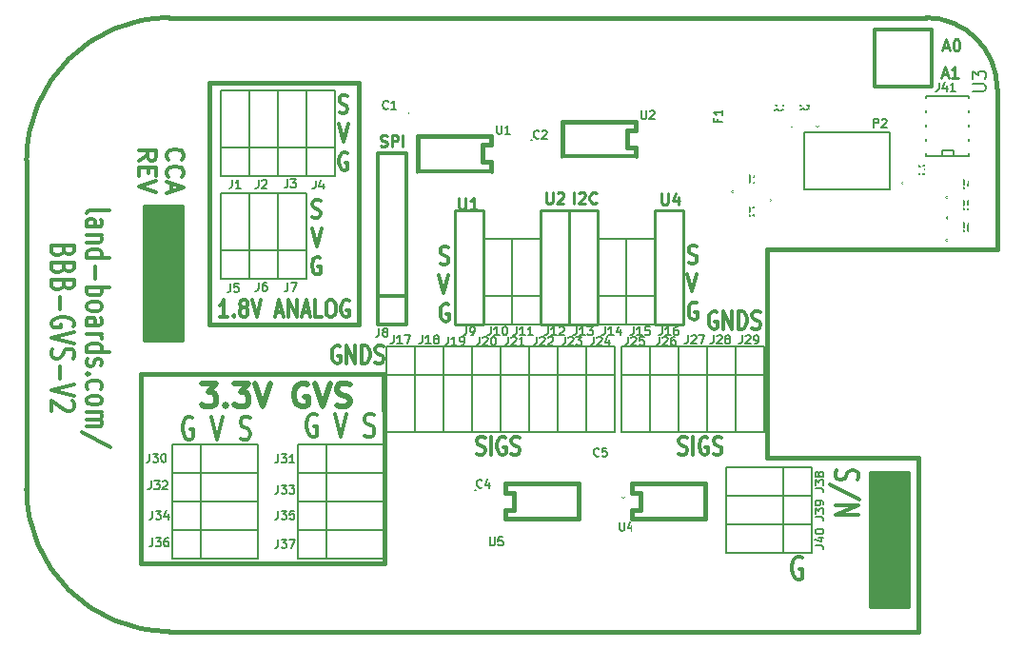
<source format=gto>
G04 (created by PCBNEW (2013-05-31 BZR 4019)-stable) date 6/28/2014 1:42:31 PM*
%MOIN*%
G04 Gerber Fmt 3.4, Leading zero omitted, Abs format*
%FSLAX34Y34*%
G01*
G70*
G90*
G04 APERTURE LIST*
%ADD10C,0.00590551*%
%ADD11C,0.015*%
%ADD12C,0.00984252*%
%ADD13C,0.012*%
%ADD14C,0.02*%
%ADD15C,0.00985*%
%ADD16C,0.0099*%
%ADD17C,0.005*%
%ADD18C,0.0039*%
%ADD19C,0.01*%
%ADD20C,0.008*%
%ADD21C,0.006*%
%ADD22C,0.025*%
%ADD23R,0.0298425X0.0810236*%
%ADD24R,0.1X0.08*%
%ADD25R,0.055X0.075*%
%ADD26R,0.075X0.055*%
%ADD27R,0.08X0.08*%
%ADD28C,0.08*%
%ADD29C,0.11811*%
%ADD30C,0.2*%
%ADD31R,0.085X0.085*%
%ADD32C,0.0712*%
%ADD33R,0.065X0.04*%
G04 APERTURE END LIST*
G54D10*
G54D11*
X12525Y-19125D02*
X12525Y-12500D01*
X4000Y-19125D02*
X12525Y-19125D01*
G54D12*
X15150Y-6315D02*
X15150Y-6634D01*
X15168Y-6671D01*
X15187Y-6690D01*
X15225Y-6709D01*
X15300Y-6709D01*
X15337Y-6690D01*
X15356Y-6671D01*
X15375Y-6634D01*
X15375Y-6315D01*
X15768Y-6709D02*
X15543Y-6709D01*
X15656Y-6709D02*
X15656Y-6315D01*
X15618Y-6371D01*
X15581Y-6409D01*
X15543Y-6428D01*
G54D13*
X28364Y-15850D02*
X28326Y-15935D01*
X28326Y-16078D01*
X28364Y-16135D01*
X28402Y-16164D01*
X28478Y-16192D01*
X28554Y-16192D01*
X28630Y-16164D01*
X28669Y-16135D01*
X28707Y-16078D01*
X28745Y-15964D01*
X28783Y-15907D01*
X28821Y-15878D01*
X28897Y-15850D01*
X28973Y-15850D01*
X29050Y-15878D01*
X29088Y-15907D01*
X29126Y-15964D01*
X29126Y-16107D01*
X29088Y-16192D01*
X29164Y-16878D02*
X28135Y-16364D01*
X28326Y-17078D02*
X29126Y-17078D01*
X28326Y-17421D01*
X29126Y-17421D01*
X15770Y-15273D02*
X15841Y-15302D01*
X15960Y-15302D01*
X16008Y-15273D01*
X16031Y-15243D01*
X16055Y-15183D01*
X16055Y-15124D01*
X16031Y-15064D01*
X16008Y-15035D01*
X15960Y-15005D01*
X15865Y-14975D01*
X15817Y-14945D01*
X15793Y-14916D01*
X15770Y-14856D01*
X15770Y-14797D01*
X15793Y-14737D01*
X15817Y-14707D01*
X15865Y-14677D01*
X15984Y-14677D01*
X16055Y-14707D01*
X16270Y-15302D02*
X16270Y-14677D01*
X16770Y-14707D02*
X16722Y-14677D01*
X16650Y-14677D01*
X16579Y-14707D01*
X16531Y-14767D01*
X16508Y-14826D01*
X16484Y-14945D01*
X16484Y-15035D01*
X16508Y-15154D01*
X16531Y-15213D01*
X16579Y-15273D01*
X16650Y-15302D01*
X16698Y-15302D01*
X16770Y-15273D01*
X16793Y-15243D01*
X16793Y-15035D01*
X16698Y-15035D01*
X16984Y-15273D02*
X17055Y-15302D01*
X17174Y-15302D01*
X17222Y-15273D01*
X17246Y-15243D01*
X17270Y-15183D01*
X17270Y-15124D01*
X17246Y-15064D01*
X17222Y-15035D01*
X17174Y-15005D01*
X17079Y-14975D01*
X17031Y-14945D01*
X17008Y-14916D01*
X16984Y-14856D01*
X16984Y-14797D01*
X17008Y-14737D01*
X17031Y-14707D01*
X17079Y-14677D01*
X17198Y-14677D01*
X17270Y-14707D01*
X22850Y-15273D02*
X22921Y-15302D01*
X23040Y-15302D01*
X23088Y-15273D01*
X23111Y-15243D01*
X23135Y-15183D01*
X23135Y-15124D01*
X23111Y-15064D01*
X23088Y-15035D01*
X23040Y-15005D01*
X22945Y-14975D01*
X22897Y-14945D01*
X22873Y-14916D01*
X22850Y-14856D01*
X22850Y-14797D01*
X22873Y-14737D01*
X22897Y-14707D01*
X22945Y-14677D01*
X23064Y-14677D01*
X23135Y-14707D01*
X23350Y-15302D02*
X23350Y-14677D01*
X23850Y-14707D02*
X23802Y-14677D01*
X23730Y-14677D01*
X23659Y-14707D01*
X23611Y-14767D01*
X23588Y-14826D01*
X23564Y-14945D01*
X23564Y-15035D01*
X23588Y-15154D01*
X23611Y-15213D01*
X23659Y-15273D01*
X23730Y-15302D01*
X23778Y-15302D01*
X23850Y-15273D01*
X23873Y-15243D01*
X23873Y-15035D01*
X23778Y-15035D01*
X24064Y-15273D02*
X24135Y-15302D01*
X24254Y-15302D01*
X24302Y-15273D01*
X24326Y-15243D01*
X24350Y-15183D01*
X24350Y-15124D01*
X24326Y-15064D01*
X24302Y-15035D01*
X24254Y-15005D01*
X24159Y-14975D01*
X24111Y-14945D01*
X24088Y-14916D01*
X24064Y-14856D01*
X24064Y-14797D01*
X24088Y-14737D01*
X24111Y-14707D01*
X24159Y-14677D01*
X24278Y-14677D01*
X24350Y-14707D01*
G54D12*
X18200Y-6115D02*
X18200Y-6434D01*
X18218Y-6471D01*
X18237Y-6490D01*
X18275Y-6509D01*
X18350Y-6509D01*
X18387Y-6490D01*
X18406Y-6471D01*
X18425Y-6434D01*
X18425Y-6115D01*
X18593Y-6153D02*
X18612Y-6134D01*
X18649Y-6115D01*
X18743Y-6115D01*
X18781Y-6134D01*
X18799Y-6153D01*
X18818Y-6190D01*
X18818Y-6228D01*
X18799Y-6284D01*
X18574Y-6509D01*
X18818Y-6509D01*
G54D13*
X14495Y-8623D02*
X14566Y-8652D01*
X14685Y-8652D01*
X14733Y-8623D01*
X14757Y-8593D01*
X14780Y-8533D01*
X14780Y-8474D01*
X14757Y-8414D01*
X14733Y-8385D01*
X14685Y-8355D01*
X14590Y-8325D01*
X14542Y-8295D01*
X14519Y-8266D01*
X14495Y-8206D01*
X14495Y-8147D01*
X14519Y-8087D01*
X14542Y-8057D01*
X14590Y-8027D01*
X14709Y-8027D01*
X14780Y-8057D01*
X14447Y-9022D02*
X14614Y-9647D01*
X14780Y-9022D01*
X14780Y-10047D02*
X14733Y-10017D01*
X14661Y-10017D01*
X14590Y-10047D01*
X14542Y-10107D01*
X14519Y-10166D01*
X14495Y-10285D01*
X14495Y-10375D01*
X14519Y-10494D01*
X14542Y-10553D01*
X14590Y-10613D01*
X14661Y-10642D01*
X14709Y-10642D01*
X14780Y-10613D01*
X14804Y-10583D01*
X14804Y-10375D01*
X14709Y-10375D01*
X24180Y-10307D02*
X24133Y-10277D01*
X24061Y-10277D01*
X23990Y-10307D01*
X23942Y-10367D01*
X23919Y-10426D01*
X23895Y-10545D01*
X23895Y-10635D01*
X23919Y-10754D01*
X23942Y-10813D01*
X23990Y-10873D01*
X24061Y-10902D01*
X24109Y-10902D01*
X24180Y-10873D01*
X24204Y-10843D01*
X24204Y-10635D01*
X24109Y-10635D01*
X24419Y-10902D02*
X24419Y-10277D01*
X24704Y-10902D01*
X24704Y-10277D01*
X24942Y-10902D02*
X24942Y-10277D01*
X25061Y-10277D01*
X25133Y-10307D01*
X25180Y-10367D01*
X25204Y-10426D01*
X25228Y-10545D01*
X25228Y-10635D01*
X25204Y-10754D01*
X25180Y-10813D01*
X25133Y-10873D01*
X25061Y-10902D01*
X24942Y-10902D01*
X25419Y-10873D02*
X25490Y-10902D01*
X25609Y-10902D01*
X25657Y-10873D01*
X25680Y-10843D01*
X25704Y-10783D01*
X25704Y-10724D01*
X25680Y-10664D01*
X25657Y-10635D01*
X25609Y-10605D01*
X25514Y-10575D01*
X25466Y-10545D01*
X25442Y-10516D01*
X25419Y-10456D01*
X25419Y-10397D01*
X25442Y-10337D01*
X25466Y-10307D01*
X25514Y-10277D01*
X25633Y-10277D01*
X25704Y-10307D01*
X4964Y-4978D02*
X4935Y-4950D01*
X4907Y-4864D01*
X4907Y-4807D01*
X4935Y-4721D01*
X4992Y-4664D01*
X5050Y-4635D01*
X5164Y-4607D01*
X5250Y-4607D01*
X5364Y-4635D01*
X5421Y-4664D01*
X5478Y-4721D01*
X5507Y-4807D01*
X5507Y-4864D01*
X5478Y-4950D01*
X5450Y-4978D01*
X4964Y-5578D02*
X4935Y-5550D01*
X4907Y-5464D01*
X4907Y-5407D01*
X4935Y-5321D01*
X4992Y-5264D01*
X5050Y-5235D01*
X5164Y-5207D01*
X5250Y-5207D01*
X5364Y-5235D01*
X5421Y-5264D01*
X5478Y-5321D01*
X5507Y-5407D01*
X5507Y-5464D01*
X5478Y-5550D01*
X5450Y-5578D01*
X5078Y-5807D02*
X5078Y-6092D01*
X4907Y-5750D02*
X5507Y-5950D01*
X4907Y-6150D01*
X3947Y-5007D02*
X4232Y-4807D01*
X3947Y-4664D02*
X4547Y-4664D01*
X4547Y-4892D01*
X4518Y-4950D01*
X4490Y-4978D01*
X4432Y-5007D01*
X4347Y-5007D01*
X4290Y-4978D01*
X4261Y-4950D01*
X4232Y-4892D01*
X4232Y-4664D01*
X4261Y-5264D02*
X4261Y-5464D01*
X3947Y-5550D02*
X3947Y-5264D01*
X4547Y-5264D01*
X4547Y-5550D01*
X4547Y-5721D02*
X3947Y-5921D01*
X4547Y-6121D01*
X27157Y-18911D02*
X27100Y-18873D01*
X27014Y-18873D01*
X26928Y-18911D01*
X26871Y-18988D01*
X26842Y-19064D01*
X26814Y-19216D01*
X26814Y-19330D01*
X26842Y-19483D01*
X26871Y-19559D01*
X26928Y-19635D01*
X27014Y-19673D01*
X27071Y-19673D01*
X27157Y-19635D01*
X27185Y-19597D01*
X27185Y-19330D01*
X27071Y-19330D01*
G54D12*
X12396Y-4490D02*
X12453Y-4509D01*
X12546Y-4509D01*
X12584Y-4490D01*
X12603Y-4471D01*
X12621Y-4434D01*
X12621Y-4396D01*
X12603Y-4359D01*
X12584Y-4340D01*
X12546Y-4321D01*
X12471Y-4303D01*
X12434Y-4284D01*
X12415Y-4265D01*
X12396Y-4228D01*
X12396Y-4190D01*
X12415Y-4153D01*
X12434Y-4134D01*
X12471Y-4115D01*
X12565Y-4115D01*
X12621Y-4134D01*
X12790Y-4509D02*
X12790Y-4115D01*
X12940Y-4115D01*
X12978Y-4134D01*
X12996Y-4153D01*
X13015Y-4190D01*
X13015Y-4246D01*
X12996Y-4284D01*
X12978Y-4303D01*
X12940Y-4321D01*
X12790Y-4321D01*
X13184Y-4509D02*
X13184Y-4115D01*
G54D13*
X2116Y-6845D02*
X2154Y-6788D01*
X2230Y-6760D01*
X2916Y-6760D01*
X2116Y-7331D02*
X2535Y-7331D01*
X2611Y-7302D01*
X2649Y-7245D01*
X2649Y-7131D01*
X2611Y-7074D01*
X2154Y-7331D02*
X2116Y-7274D01*
X2116Y-7131D01*
X2154Y-7074D01*
X2230Y-7045D01*
X2306Y-7045D01*
X2382Y-7074D01*
X2420Y-7131D01*
X2420Y-7274D01*
X2459Y-7331D01*
X2649Y-7617D02*
X2116Y-7617D01*
X2573Y-7617D02*
X2611Y-7645D01*
X2649Y-7702D01*
X2649Y-7788D01*
X2611Y-7845D01*
X2535Y-7874D01*
X2116Y-7874D01*
X2116Y-8417D02*
X2916Y-8417D01*
X2154Y-8417D02*
X2116Y-8360D01*
X2116Y-8245D01*
X2154Y-8188D01*
X2192Y-8160D01*
X2268Y-8131D01*
X2497Y-8131D01*
X2573Y-8160D01*
X2611Y-8188D01*
X2649Y-8245D01*
X2649Y-8360D01*
X2611Y-8417D01*
X2420Y-8702D02*
X2420Y-9160D01*
X2116Y-9445D02*
X2916Y-9445D01*
X2611Y-9445D02*
X2649Y-9502D01*
X2649Y-9617D01*
X2611Y-9674D01*
X2573Y-9702D01*
X2497Y-9731D01*
X2268Y-9731D01*
X2192Y-9702D01*
X2154Y-9674D01*
X2116Y-9617D01*
X2116Y-9502D01*
X2154Y-9445D01*
X2116Y-10074D02*
X2154Y-10017D01*
X2192Y-9988D01*
X2268Y-9960D01*
X2497Y-9960D01*
X2573Y-9988D01*
X2611Y-10017D01*
X2649Y-10074D01*
X2649Y-10160D01*
X2611Y-10217D01*
X2573Y-10245D01*
X2497Y-10274D01*
X2268Y-10274D01*
X2192Y-10245D01*
X2154Y-10217D01*
X2116Y-10160D01*
X2116Y-10074D01*
X2116Y-10788D02*
X2535Y-10788D01*
X2611Y-10760D01*
X2649Y-10702D01*
X2649Y-10588D01*
X2611Y-10531D01*
X2154Y-10788D02*
X2116Y-10731D01*
X2116Y-10588D01*
X2154Y-10531D01*
X2230Y-10502D01*
X2306Y-10502D01*
X2382Y-10531D01*
X2420Y-10588D01*
X2420Y-10731D01*
X2459Y-10788D01*
X2116Y-11074D02*
X2649Y-11074D01*
X2497Y-11074D02*
X2573Y-11102D01*
X2611Y-11131D01*
X2649Y-11188D01*
X2649Y-11245D01*
X2116Y-11702D02*
X2916Y-11702D01*
X2154Y-11702D02*
X2116Y-11645D01*
X2116Y-11531D01*
X2154Y-11474D01*
X2192Y-11445D01*
X2268Y-11417D01*
X2497Y-11417D01*
X2573Y-11445D01*
X2611Y-11474D01*
X2649Y-11531D01*
X2649Y-11645D01*
X2611Y-11702D01*
X2154Y-11960D02*
X2116Y-12017D01*
X2116Y-12131D01*
X2154Y-12188D01*
X2230Y-12217D01*
X2268Y-12217D01*
X2344Y-12188D01*
X2382Y-12131D01*
X2382Y-12045D01*
X2420Y-11988D01*
X2497Y-11960D01*
X2535Y-11960D01*
X2611Y-11988D01*
X2649Y-12045D01*
X2649Y-12131D01*
X2611Y-12188D01*
X2192Y-12474D02*
X2154Y-12502D01*
X2116Y-12474D01*
X2154Y-12445D01*
X2192Y-12474D01*
X2116Y-12474D01*
X2154Y-13017D02*
X2116Y-12960D01*
X2116Y-12845D01*
X2154Y-12788D01*
X2192Y-12760D01*
X2268Y-12731D01*
X2497Y-12731D01*
X2573Y-12760D01*
X2611Y-12788D01*
X2649Y-12845D01*
X2649Y-12960D01*
X2611Y-13017D01*
X2116Y-13360D02*
X2154Y-13302D01*
X2192Y-13274D01*
X2268Y-13245D01*
X2497Y-13245D01*
X2573Y-13274D01*
X2611Y-13302D01*
X2649Y-13360D01*
X2649Y-13445D01*
X2611Y-13502D01*
X2573Y-13531D01*
X2497Y-13560D01*
X2268Y-13560D01*
X2192Y-13531D01*
X2154Y-13502D01*
X2116Y-13445D01*
X2116Y-13360D01*
X2116Y-13817D02*
X2649Y-13817D01*
X2573Y-13817D02*
X2611Y-13845D01*
X2649Y-13902D01*
X2649Y-13988D01*
X2611Y-14045D01*
X2535Y-14074D01*
X2116Y-14074D01*
X2535Y-14074D02*
X2611Y-14102D01*
X2649Y-14160D01*
X2649Y-14245D01*
X2611Y-14302D01*
X2535Y-14331D01*
X2116Y-14331D01*
X2954Y-15045D02*
X1925Y-14531D01*
X1295Y-8174D02*
X1257Y-8259D01*
X1219Y-8288D01*
X1142Y-8317D01*
X1028Y-8317D01*
X952Y-8288D01*
X914Y-8259D01*
X876Y-8202D01*
X876Y-7974D01*
X1676Y-7974D01*
X1676Y-8174D01*
X1638Y-8231D01*
X1600Y-8259D01*
X1523Y-8288D01*
X1447Y-8288D01*
X1371Y-8259D01*
X1333Y-8231D01*
X1295Y-8174D01*
X1295Y-7974D01*
X1295Y-8774D02*
X1257Y-8859D01*
X1219Y-8888D01*
X1142Y-8917D01*
X1028Y-8917D01*
X952Y-8888D01*
X914Y-8859D01*
X876Y-8802D01*
X876Y-8574D01*
X1676Y-8574D01*
X1676Y-8774D01*
X1638Y-8831D01*
X1600Y-8859D01*
X1523Y-8888D01*
X1447Y-8888D01*
X1371Y-8859D01*
X1333Y-8831D01*
X1295Y-8774D01*
X1295Y-8574D01*
X1295Y-9374D02*
X1257Y-9459D01*
X1219Y-9488D01*
X1142Y-9517D01*
X1028Y-9517D01*
X952Y-9488D01*
X914Y-9459D01*
X876Y-9402D01*
X876Y-9174D01*
X1676Y-9174D01*
X1676Y-9374D01*
X1638Y-9431D01*
X1600Y-9459D01*
X1523Y-9488D01*
X1447Y-9488D01*
X1371Y-9459D01*
X1333Y-9431D01*
X1295Y-9374D01*
X1295Y-9174D01*
X1180Y-9774D02*
X1180Y-10231D01*
X1638Y-10831D02*
X1676Y-10774D01*
X1676Y-10688D01*
X1638Y-10602D01*
X1561Y-10545D01*
X1485Y-10517D01*
X1333Y-10488D01*
X1219Y-10488D01*
X1066Y-10517D01*
X990Y-10545D01*
X914Y-10602D01*
X876Y-10688D01*
X876Y-10745D01*
X914Y-10831D01*
X952Y-10859D01*
X1219Y-10859D01*
X1219Y-10745D01*
X1676Y-11031D02*
X876Y-11231D01*
X1676Y-11431D01*
X914Y-11602D02*
X876Y-11688D01*
X876Y-11831D01*
X914Y-11888D01*
X952Y-11917D01*
X1028Y-11945D01*
X1104Y-11945D01*
X1180Y-11917D01*
X1219Y-11888D01*
X1257Y-11831D01*
X1295Y-11717D01*
X1333Y-11660D01*
X1371Y-11631D01*
X1447Y-11602D01*
X1523Y-11602D01*
X1600Y-11631D01*
X1638Y-11660D01*
X1676Y-11717D01*
X1676Y-11860D01*
X1638Y-11945D01*
X1180Y-12202D02*
X1180Y-12660D01*
X1676Y-12860D02*
X876Y-13060D01*
X1676Y-13260D01*
X1600Y-13431D02*
X1638Y-13460D01*
X1676Y-13517D01*
X1676Y-13660D01*
X1638Y-13717D01*
X1600Y-13745D01*
X1523Y-13774D01*
X1447Y-13774D01*
X1333Y-13745D01*
X876Y-13402D01*
X876Y-13774D01*
G54D11*
X4000Y-12490D02*
X4000Y-12500D01*
X12520Y-12490D02*
X4000Y-12490D01*
X6420Y-10750D02*
X11640Y-10750D01*
X6420Y-2290D02*
X6420Y-10750D01*
X11640Y-2290D02*
X11640Y-10750D01*
X6420Y-2290D02*
X11640Y-2290D01*
G54D13*
X10157Y-13911D02*
X10100Y-13873D01*
X10014Y-13873D01*
X9928Y-13911D01*
X9871Y-13988D01*
X9842Y-14064D01*
X9814Y-14216D01*
X9814Y-14330D01*
X9842Y-14483D01*
X9871Y-14559D01*
X9928Y-14635D01*
X10014Y-14673D01*
X10071Y-14673D01*
X10157Y-14635D01*
X10185Y-14597D01*
X10185Y-14330D01*
X10071Y-14330D01*
X10814Y-13873D02*
X11014Y-14673D01*
X11214Y-13873D01*
X11842Y-14635D02*
X11928Y-14673D01*
X12071Y-14673D01*
X12128Y-14635D01*
X12157Y-14597D01*
X12185Y-14521D01*
X12185Y-14445D01*
X12157Y-14369D01*
X12128Y-14330D01*
X12071Y-14292D01*
X11957Y-14254D01*
X11900Y-14216D01*
X11871Y-14178D01*
X11842Y-14102D01*
X11842Y-14026D01*
X11871Y-13950D01*
X11900Y-13911D01*
X11957Y-13873D01*
X12100Y-13873D01*
X12185Y-13911D01*
G54D12*
X22240Y-6155D02*
X22240Y-6474D01*
X22258Y-6511D01*
X22277Y-6530D01*
X22315Y-6549D01*
X22390Y-6549D01*
X22427Y-6530D01*
X22446Y-6511D01*
X22465Y-6474D01*
X22465Y-6155D01*
X22821Y-6286D02*
X22821Y-6549D01*
X22727Y-6136D02*
X22633Y-6418D01*
X22877Y-6418D01*
X19175Y-6509D02*
X19175Y-6115D01*
X19344Y-6153D02*
X19363Y-6134D01*
X19400Y-6115D01*
X19494Y-6115D01*
X19531Y-6134D01*
X19550Y-6153D01*
X19569Y-6190D01*
X19569Y-6228D01*
X19550Y-6284D01*
X19325Y-6509D01*
X19569Y-6509D01*
X19963Y-6471D02*
X19944Y-6490D01*
X19888Y-6509D01*
X19850Y-6509D01*
X19794Y-6490D01*
X19756Y-6453D01*
X19738Y-6415D01*
X19719Y-6340D01*
X19719Y-6284D01*
X19738Y-6209D01*
X19756Y-6171D01*
X19794Y-6134D01*
X19850Y-6115D01*
X19888Y-6115D01*
X19944Y-6134D01*
X19963Y-6153D01*
G54D11*
X12515Y-12490D02*
X12515Y-13765D01*
X4000Y-13775D02*
X4000Y-12500D01*
G54D13*
X5807Y-14011D02*
X5750Y-13973D01*
X5664Y-13973D01*
X5578Y-14011D01*
X5521Y-14088D01*
X5492Y-14164D01*
X5464Y-14316D01*
X5464Y-14430D01*
X5492Y-14583D01*
X5521Y-14659D01*
X5578Y-14735D01*
X5664Y-14773D01*
X5721Y-14773D01*
X5807Y-14735D01*
X5835Y-14697D01*
X5835Y-14430D01*
X5721Y-14430D01*
X6464Y-13973D02*
X6664Y-14773D01*
X6864Y-13973D01*
X7492Y-14735D02*
X7578Y-14773D01*
X7721Y-14773D01*
X7778Y-14735D01*
X7807Y-14697D01*
X7835Y-14621D01*
X7835Y-14545D01*
X7807Y-14469D01*
X7778Y-14430D01*
X7721Y-14392D01*
X7607Y-14354D01*
X7550Y-14316D01*
X7521Y-14278D01*
X7492Y-14202D01*
X7492Y-14126D01*
X7521Y-14050D01*
X7550Y-14011D01*
X7607Y-13973D01*
X7750Y-13973D01*
X7835Y-14011D01*
G54D11*
X4000Y-19125D02*
X4000Y-13750D01*
G54D14*
X6140Y-12823D02*
X6635Y-12823D01*
X6369Y-13128D01*
X6483Y-13128D01*
X6559Y-13166D01*
X6597Y-13204D01*
X6635Y-13280D01*
X6635Y-13471D01*
X6597Y-13547D01*
X6559Y-13585D01*
X6483Y-13623D01*
X6254Y-13623D01*
X6178Y-13585D01*
X6140Y-13547D01*
X6978Y-13547D02*
X7016Y-13585D01*
X6978Y-13623D01*
X6940Y-13585D01*
X6978Y-13547D01*
X6978Y-13623D01*
X7283Y-12823D02*
X7778Y-12823D01*
X7511Y-13128D01*
X7626Y-13128D01*
X7702Y-13166D01*
X7740Y-13204D01*
X7778Y-13280D01*
X7778Y-13471D01*
X7740Y-13547D01*
X7702Y-13585D01*
X7626Y-13623D01*
X7397Y-13623D01*
X7321Y-13585D01*
X7283Y-13547D01*
X8007Y-12823D02*
X8273Y-13623D01*
X8540Y-12823D01*
X9835Y-12861D02*
X9759Y-12823D01*
X9645Y-12823D01*
X9530Y-12861D01*
X9454Y-12938D01*
X9416Y-13014D01*
X9378Y-13166D01*
X9378Y-13280D01*
X9416Y-13433D01*
X9454Y-13509D01*
X9530Y-13585D01*
X9645Y-13623D01*
X9721Y-13623D01*
X9835Y-13585D01*
X9873Y-13547D01*
X9873Y-13280D01*
X9721Y-13280D01*
X10102Y-12823D02*
X10369Y-13623D01*
X10635Y-12823D01*
X10864Y-13585D02*
X10978Y-13623D01*
X11169Y-13623D01*
X11245Y-13585D01*
X11283Y-13547D01*
X11321Y-13471D01*
X11321Y-13395D01*
X11283Y-13319D01*
X11245Y-13280D01*
X11169Y-13242D01*
X11016Y-13204D01*
X10940Y-13166D01*
X10902Y-13128D01*
X10864Y-13052D01*
X10864Y-12976D01*
X10902Y-12900D01*
X10940Y-12861D01*
X11016Y-12823D01*
X11207Y-12823D01*
X11321Y-12861D01*
G54D13*
X10957Y-3323D02*
X11028Y-3352D01*
X11147Y-3352D01*
X11195Y-3323D01*
X11219Y-3293D01*
X11242Y-3233D01*
X11242Y-3174D01*
X11219Y-3114D01*
X11195Y-3085D01*
X11147Y-3055D01*
X11052Y-3025D01*
X11004Y-2995D01*
X10980Y-2966D01*
X10957Y-2906D01*
X10957Y-2847D01*
X10980Y-2787D01*
X11004Y-2757D01*
X11052Y-2727D01*
X11171Y-2727D01*
X11242Y-2757D01*
X10933Y-3722D02*
X11100Y-4347D01*
X11266Y-3722D01*
X11230Y-4747D02*
X11183Y-4717D01*
X11111Y-4717D01*
X11040Y-4747D01*
X10992Y-4807D01*
X10969Y-4866D01*
X10945Y-4985D01*
X10945Y-5075D01*
X10969Y-5194D01*
X10992Y-5253D01*
X11040Y-5313D01*
X11111Y-5342D01*
X11159Y-5342D01*
X11230Y-5313D01*
X11254Y-5283D01*
X11254Y-5075D01*
X11159Y-5075D01*
X10957Y-3323D02*
X11028Y-3352D01*
X11147Y-3352D01*
X11195Y-3323D01*
X11219Y-3293D01*
X11242Y-3233D01*
X11242Y-3174D01*
X11219Y-3114D01*
X11195Y-3085D01*
X11147Y-3055D01*
X11052Y-3025D01*
X11004Y-2995D01*
X10980Y-2966D01*
X10957Y-2906D01*
X10957Y-2847D01*
X10980Y-2787D01*
X11004Y-2757D01*
X11052Y-2727D01*
X11171Y-2727D01*
X11242Y-2757D01*
X10933Y-3722D02*
X11100Y-4347D01*
X11266Y-3722D01*
X11230Y-4747D02*
X11183Y-4717D01*
X11111Y-4717D01*
X11040Y-4747D01*
X10992Y-4807D01*
X10969Y-4866D01*
X10945Y-4985D01*
X10945Y-5075D01*
X10969Y-5194D01*
X10992Y-5253D01*
X11040Y-5313D01*
X11111Y-5342D01*
X11159Y-5342D01*
X11230Y-5313D01*
X11254Y-5283D01*
X11254Y-5075D01*
X11159Y-5075D01*
X10012Y-6978D02*
X10083Y-7007D01*
X10202Y-7007D01*
X10250Y-6978D01*
X10274Y-6948D01*
X10297Y-6888D01*
X10297Y-6829D01*
X10274Y-6769D01*
X10250Y-6740D01*
X10202Y-6710D01*
X10107Y-6680D01*
X10059Y-6650D01*
X10035Y-6621D01*
X10012Y-6561D01*
X10012Y-6502D01*
X10035Y-6442D01*
X10059Y-6412D01*
X10107Y-6382D01*
X10226Y-6382D01*
X10297Y-6412D01*
X9988Y-7377D02*
X10155Y-8002D01*
X10321Y-7377D01*
X10285Y-8402D02*
X10238Y-8372D01*
X10166Y-8372D01*
X10095Y-8402D01*
X10047Y-8462D01*
X10024Y-8521D01*
X10000Y-8640D01*
X10000Y-8730D01*
X10024Y-8849D01*
X10047Y-8908D01*
X10095Y-8968D01*
X10166Y-8997D01*
X10214Y-8997D01*
X10285Y-8968D01*
X10309Y-8938D01*
X10309Y-8730D01*
X10214Y-8730D01*
X23195Y-8573D02*
X23266Y-8602D01*
X23385Y-8602D01*
X23433Y-8573D01*
X23457Y-8543D01*
X23480Y-8483D01*
X23480Y-8424D01*
X23457Y-8364D01*
X23433Y-8335D01*
X23385Y-8305D01*
X23290Y-8275D01*
X23242Y-8245D01*
X23219Y-8216D01*
X23195Y-8156D01*
X23195Y-8097D01*
X23219Y-8037D01*
X23242Y-8007D01*
X23290Y-7977D01*
X23409Y-7977D01*
X23480Y-8007D01*
X23147Y-8972D02*
X23314Y-9597D01*
X23480Y-8972D01*
X23480Y-9997D02*
X23433Y-9967D01*
X23361Y-9967D01*
X23290Y-9997D01*
X23242Y-10057D01*
X23219Y-10116D01*
X23195Y-10235D01*
X23195Y-10325D01*
X23219Y-10444D01*
X23242Y-10503D01*
X23290Y-10563D01*
X23361Y-10592D01*
X23409Y-10592D01*
X23480Y-10563D01*
X23504Y-10533D01*
X23504Y-10325D01*
X23409Y-10325D01*
X10980Y-11507D02*
X10933Y-11477D01*
X10861Y-11477D01*
X10790Y-11507D01*
X10742Y-11567D01*
X10719Y-11626D01*
X10695Y-11745D01*
X10695Y-11835D01*
X10719Y-11954D01*
X10742Y-12013D01*
X10790Y-12073D01*
X10861Y-12102D01*
X10909Y-12102D01*
X10980Y-12073D01*
X11004Y-12043D01*
X11004Y-11835D01*
X10909Y-11835D01*
X11219Y-12102D02*
X11219Y-11477D01*
X11504Y-12102D01*
X11504Y-11477D01*
X11742Y-12102D02*
X11742Y-11477D01*
X11861Y-11477D01*
X11933Y-11507D01*
X11980Y-11567D01*
X12004Y-11626D01*
X12028Y-11745D01*
X12028Y-11835D01*
X12004Y-11954D01*
X11980Y-12013D01*
X11933Y-12073D01*
X11861Y-12102D01*
X11742Y-12102D01*
X12219Y-12073D02*
X12290Y-12102D01*
X12409Y-12102D01*
X12457Y-12073D01*
X12480Y-12043D01*
X12504Y-11983D01*
X12504Y-11924D01*
X12480Y-11864D01*
X12457Y-11835D01*
X12409Y-11805D01*
X12314Y-11775D01*
X12266Y-11745D01*
X12242Y-11716D01*
X12219Y-11656D01*
X12219Y-11597D01*
X12242Y-11537D01*
X12266Y-11507D01*
X12314Y-11477D01*
X12433Y-11477D01*
X12504Y-11507D01*
X7048Y-10489D02*
X6766Y-10489D01*
X6907Y-10489D02*
X6907Y-9898D01*
X6860Y-9982D01*
X6813Y-10039D01*
X6766Y-10067D01*
X7258Y-10432D02*
X7282Y-10460D01*
X7258Y-10489D01*
X7235Y-10460D01*
X7258Y-10432D01*
X7258Y-10489D01*
X7563Y-10151D02*
X7516Y-10123D01*
X7493Y-10095D01*
X7469Y-10039D01*
X7469Y-10010D01*
X7493Y-9954D01*
X7516Y-9926D01*
X7563Y-9898D01*
X7657Y-9898D01*
X7704Y-9926D01*
X7727Y-9954D01*
X7751Y-10010D01*
X7751Y-10039D01*
X7727Y-10095D01*
X7704Y-10123D01*
X7657Y-10151D01*
X7563Y-10151D01*
X7516Y-10179D01*
X7493Y-10207D01*
X7469Y-10264D01*
X7469Y-10376D01*
X7493Y-10432D01*
X7516Y-10460D01*
X7563Y-10489D01*
X7657Y-10489D01*
X7704Y-10460D01*
X7727Y-10432D01*
X7751Y-10376D01*
X7751Y-10264D01*
X7727Y-10207D01*
X7704Y-10179D01*
X7657Y-10151D01*
X7891Y-9898D02*
X8055Y-10489D01*
X8219Y-9898D01*
X8735Y-10320D02*
X8969Y-10320D01*
X8688Y-10489D02*
X8852Y-9898D01*
X9016Y-10489D01*
X9180Y-10489D02*
X9180Y-9898D01*
X9461Y-10489D01*
X9461Y-9898D01*
X9672Y-10320D02*
X9907Y-10320D01*
X9625Y-10489D02*
X9789Y-9898D01*
X9953Y-10489D01*
X10352Y-10489D02*
X10117Y-10489D01*
X10117Y-9898D01*
X10610Y-9898D02*
X10703Y-9898D01*
X10750Y-9926D01*
X10797Y-9982D01*
X10821Y-10095D01*
X10821Y-10292D01*
X10797Y-10404D01*
X10750Y-10460D01*
X10703Y-10489D01*
X10610Y-10489D01*
X10563Y-10460D01*
X10516Y-10404D01*
X10492Y-10292D01*
X10492Y-10095D01*
X10516Y-9982D01*
X10563Y-9926D01*
X10610Y-9898D01*
X11289Y-9926D02*
X11242Y-9898D01*
X11172Y-9898D01*
X11102Y-9926D01*
X11055Y-9982D01*
X11031Y-10039D01*
X11008Y-10151D01*
X11008Y-10235D01*
X11031Y-10348D01*
X11055Y-10404D01*
X11102Y-10460D01*
X11172Y-10489D01*
X11219Y-10489D01*
X11289Y-10460D01*
X11313Y-10432D01*
X11313Y-10235D01*
X11219Y-10235D01*
G54D15*
X32068Y-1996D02*
X32256Y-1996D01*
X32031Y-2109D02*
X32162Y-1715D01*
X32293Y-2109D01*
X32631Y-2109D02*
X32406Y-2109D01*
X32518Y-2109D02*
X32518Y-1715D01*
X32481Y-1771D01*
X32443Y-1809D01*
X32406Y-1828D01*
G54D16*
G54D15*
X32114Y-1046D02*
X32304Y-1046D01*
X32076Y-1159D02*
X32209Y-765D01*
X32342Y-1159D01*
X32552Y-765D02*
X32590Y-765D01*
X32628Y-784D01*
X32647Y-803D01*
X32666Y-840D01*
X32685Y-915D01*
X32685Y-1009D01*
X32666Y-1084D01*
X32647Y-1121D01*
X32628Y-1140D01*
X32590Y-1159D01*
X32552Y-1159D01*
X32514Y-1140D01*
X32495Y-1121D01*
X32476Y-1084D01*
X32457Y-1009D01*
X32457Y-915D01*
X32476Y-840D01*
X32495Y-803D01*
X32514Y-784D01*
X32552Y-765D01*
G54D16*
G54D11*
X17080Y-16650D02*
X17080Y-17230D01*
X16780Y-16645D02*
X17075Y-16645D01*
X16780Y-16330D02*
X16780Y-16630D01*
X19340Y-16330D02*
X19340Y-17530D01*
X16780Y-16330D02*
X19340Y-16330D01*
X19339Y-17540D02*
X16780Y-17540D01*
X16780Y-17540D02*
X16780Y-17245D01*
X16780Y-17245D02*
X17075Y-17245D01*
X15980Y-5050D02*
X15980Y-4470D01*
X16279Y-5054D02*
X15984Y-5054D01*
X16280Y-5370D02*
X16280Y-5070D01*
X13720Y-5370D02*
X13720Y-4170D01*
X16280Y-5370D02*
X13720Y-5370D01*
X13720Y-4159D02*
X16279Y-4159D01*
X16279Y-4159D02*
X16279Y-4454D01*
X16279Y-4454D02*
X15984Y-4454D01*
X21040Y-4530D02*
X21040Y-3950D01*
X21339Y-4534D02*
X21044Y-4534D01*
X21340Y-4850D02*
X21340Y-4550D01*
X18780Y-4850D02*
X18780Y-3650D01*
X21340Y-4850D02*
X18780Y-4850D01*
X18780Y-3639D02*
X21339Y-3639D01*
X21339Y-3639D02*
X21339Y-3934D01*
X21339Y-3934D02*
X21044Y-3934D01*
X21520Y-16650D02*
X21520Y-17230D01*
X21220Y-16645D02*
X21515Y-16645D01*
X21220Y-16330D02*
X21220Y-16630D01*
X23780Y-16330D02*
X23780Y-17530D01*
X21220Y-16330D02*
X23780Y-16330D01*
X23779Y-17540D02*
X21220Y-17540D01*
X21220Y-17540D02*
X21220Y-17245D01*
X21220Y-17245D02*
X21515Y-17245D01*
G54D17*
X23800Y-4450D02*
X24700Y-4450D01*
X24700Y-4450D02*
X24700Y-3800D01*
X23800Y-3100D02*
X23800Y-2450D01*
X23800Y-2450D02*
X24700Y-2450D01*
X24700Y-2450D02*
X24700Y-3100D01*
X23800Y-3800D02*
X23800Y-4450D01*
G54D18*
X30750Y-5800D02*
G75*
G03X30750Y-5800I-50J0D01*
G74*
G01*
X31150Y-5800D02*
X30750Y-5800D01*
X30750Y-5800D02*
X30750Y-5200D01*
X30750Y-5200D02*
X31150Y-5200D01*
X31550Y-5200D02*
X31950Y-5200D01*
X31950Y-5200D02*
X31950Y-5800D01*
X31950Y-5800D02*
X31550Y-5800D01*
X20950Y-16800D02*
G75*
G03X20950Y-16800I-50J0D01*
G74*
G01*
X20900Y-16350D02*
X20900Y-16750D01*
X20900Y-16750D02*
X20300Y-16750D01*
X20300Y-16750D02*
X20300Y-16350D01*
X20300Y-15950D02*
X20300Y-15550D01*
X20300Y-15550D02*
X20900Y-15550D01*
X20900Y-15550D02*
X20900Y-15950D01*
X17750Y-4320D02*
G75*
G03X17750Y-4320I-50J0D01*
G74*
G01*
X17700Y-4770D02*
X17700Y-4370D01*
X17700Y-4370D02*
X18300Y-4370D01*
X18300Y-4370D02*
X18300Y-4770D01*
X18300Y-5170D02*
X18300Y-5570D01*
X18300Y-5570D02*
X17700Y-5570D01*
X17700Y-5570D02*
X17700Y-5170D01*
X15780Y-16580D02*
G75*
G03X15780Y-16580I-50J0D01*
G74*
G01*
X15730Y-17030D02*
X15730Y-16630D01*
X15730Y-16630D02*
X16330Y-16630D01*
X16330Y-16630D02*
X16330Y-17030D01*
X16330Y-17430D02*
X16330Y-17830D01*
X16330Y-17830D02*
X15730Y-17830D01*
X15730Y-17830D02*
X15730Y-17430D01*
X13420Y-3350D02*
G75*
G03X13420Y-3350I-50J0D01*
G74*
G01*
X12920Y-3350D02*
X13320Y-3350D01*
X13320Y-3350D02*
X13320Y-3950D01*
X13320Y-3950D02*
X12920Y-3950D01*
X12520Y-3950D02*
X12120Y-3950D01*
X12120Y-3950D02*
X12120Y-3350D01*
X12120Y-3350D02*
X12520Y-3350D01*
X24800Y-6100D02*
G75*
G03X24800Y-6100I-50J0D01*
G74*
G01*
X25200Y-6100D02*
X24800Y-6100D01*
X24800Y-6100D02*
X24800Y-5500D01*
X24800Y-5500D02*
X25200Y-5500D01*
X25600Y-5500D02*
X26000Y-5500D01*
X26000Y-5500D02*
X26000Y-6100D01*
X26000Y-6100D02*
X25600Y-6100D01*
X26100Y-6400D02*
G75*
G03X26100Y-6400I-50J0D01*
G74*
G01*
X25600Y-6400D02*
X26000Y-6400D01*
X26000Y-6400D02*
X26000Y-7000D01*
X26000Y-7000D02*
X25600Y-7000D01*
X25200Y-7000D02*
X24800Y-7000D01*
X24800Y-7000D02*
X24800Y-6400D01*
X24800Y-6400D02*
X25200Y-6400D01*
X26850Y-3810D02*
G75*
G03X26850Y-3810I-50J0D01*
G74*
G01*
X26800Y-3360D02*
X26800Y-3760D01*
X26800Y-3760D02*
X26200Y-3760D01*
X26200Y-3760D02*
X26200Y-3360D01*
X26200Y-2960D02*
X26200Y-2560D01*
X26200Y-2560D02*
X26800Y-2560D01*
X26800Y-2560D02*
X26800Y-2960D01*
X27750Y-3800D02*
G75*
G03X27750Y-3800I-50J0D01*
G74*
G01*
X27700Y-3350D02*
X27700Y-3750D01*
X27700Y-3750D02*
X27100Y-3750D01*
X27100Y-3750D02*
X27100Y-3350D01*
X27100Y-2950D02*
X27100Y-2550D01*
X27100Y-2550D02*
X27700Y-2550D01*
X27700Y-2550D02*
X27700Y-2950D01*
X32300Y-7020D02*
G75*
G03X32300Y-7020I-50J0D01*
G74*
G01*
X32700Y-7020D02*
X32300Y-7020D01*
X32300Y-7020D02*
X32300Y-6420D01*
X32300Y-6420D02*
X32700Y-6420D01*
X33100Y-6420D02*
X33500Y-6420D01*
X33500Y-6420D02*
X33500Y-7020D01*
X33500Y-7020D02*
X33100Y-7020D01*
X32300Y-7800D02*
G75*
G03X32300Y-7800I-50J0D01*
G74*
G01*
X32700Y-7800D02*
X32300Y-7800D01*
X32300Y-7800D02*
X32300Y-7200D01*
X32300Y-7200D02*
X32700Y-7200D01*
X33100Y-7200D02*
X33500Y-7200D01*
X33500Y-7200D02*
X33500Y-7800D01*
X33500Y-7800D02*
X33100Y-7800D01*
X32300Y-6300D02*
G75*
G03X32300Y-6300I-50J0D01*
G74*
G01*
X32700Y-6300D02*
X32300Y-6300D01*
X32300Y-6300D02*
X32300Y-5700D01*
X32300Y-5700D02*
X32700Y-5700D01*
X33100Y-5700D02*
X33500Y-5700D01*
X33500Y-5700D02*
X33500Y-6300D01*
X33500Y-6300D02*
X33100Y-6300D01*
G54D19*
X20000Y-6750D02*
X20000Y-10750D01*
X19000Y-6750D02*
X19000Y-10750D01*
X19000Y-10750D02*
X20000Y-10750D01*
X20000Y-6750D02*
X19000Y-6750D01*
X16000Y-6750D02*
X16000Y-10750D01*
X15000Y-6750D02*
X15000Y-10750D01*
X15000Y-10750D02*
X16000Y-10750D01*
X16000Y-6750D02*
X15000Y-6750D01*
X23000Y-6750D02*
X23000Y-10750D01*
X22000Y-6750D02*
X22000Y-10750D01*
X22000Y-10750D02*
X23000Y-10750D01*
X23000Y-6750D02*
X22000Y-6750D01*
X19000Y-6750D02*
X19000Y-10750D01*
X18000Y-6750D02*
X18000Y-10750D01*
X18000Y-10750D02*
X19000Y-10750D01*
X19000Y-6750D02*
X18000Y-6750D01*
G54D20*
X27250Y-4000D02*
X30250Y-4000D01*
X30250Y-6000D02*
X27250Y-6000D01*
X27250Y-6000D02*
X27250Y-4000D01*
X30250Y-4000D02*
X30250Y-6000D01*
G54D21*
X9500Y-16950D02*
X9500Y-15950D01*
X9500Y-15950D02*
X12500Y-15950D01*
X12500Y-15950D02*
X12500Y-16950D01*
X12500Y-16950D02*
X9500Y-16950D01*
X10500Y-15950D02*
X10500Y-16950D01*
X9500Y-17960D02*
X9500Y-16960D01*
X9500Y-16960D02*
X12500Y-16960D01*
X12500Y-16960D02*
X12500Y-17960D01*
X12500Y-17960D02*
X9500Y-17960D01*
X10500Y-16960D02*
X10500Y-17960D01*
X9500Y-18950D02*
X9500Y-17950D01*
X9500Y-17950D02*
X12500Y-17950D01*
X12500Y-17950D02*
X12500Y-18950D01*
X12500Y-18950D02*
X9500Y-18950D01*
X10500Y-17950D02*
X10500Y-18950D01*
X5100Y-16950D02*
X5100Y-15950D01*
X5100Y-15950D02*
X8100Y-15950D01*
X8100Y-15950D02*
X8100Y-16950D01*
X8100Y-16950D02*
X5100Y-16950D01*
X6100Y-15950D02*
X6100Y-16950D01*
X5100Y-18950D02*
X5100Y-17950D01*
X5100Y-17950D02*
X8100Y-17950D01*
X8100Y-17950D02*
X8100Y-18950D01*
X8100Y-18950D02*
X5100Y-18950D01*
X6100Y-17950D02*
X6100Y-18950D01*
X22000Y-10750D02*
X21000Y-10750D01*
X21000Y-10750D02*
X21000Y-7750D01*
X21000Y-7750D02*
X22000Y-7750D01*
X22000Y-7750D02*
X22000Y-10750D01*
X21000Y-9750D02*
X22000Y-9750D01*
X23850Y-11500D02*
X24850Y-11500D01*
X24850Y-11500D02*
X24850Y-14500D01*
X24850Y-14500D02*
X23850Y-14500D01*
X23850Y-14500D02*
X23850Y-11500D01*
X24850Y-12500D02*
X23850Y-12500D01*
X24850Y-11500D02*
X25850Y-11500D01*
X25850Y-11500D02*
X25850Y-14500D01*
X25850Y-14500D02*
X24850Y-14500D01*
X24850Y-14500D02*
X24850Y-11500D01*
X25850Y-12500D02*
X24850Y-12500D01*
X27500Y-17750D02*
X27500Y-18750D01*
X27500Y-18750D02*
X24500Y-18750D01*
X24500Y-18750D02*
X24500Y-17750D01*
X24500Y-17750D02*
X27500Y-17750D01*
X26500Y-18750D02*
X26500Y-17750D01*
X27500Y-16750D02*
X27500Y-17750D01*
X27500Y-17750D02*
X24500Y-17750D01*
X24500Y-17750D02*
X24500Y-16750D01*
X24500Y-16750D02*
X27500Y-16750D01*
X26500Y-17750D02*
X26500Y-16750D01*
X27500Y-15750D02*
X27500Y-16750D01*
X27500Y-16750D02*
X24500Y-16750D01*
X24500Y-16750D02*
X24500Y-15750D01*
X24500Y-15750D02*
X27500Y-15750D01*
X26500Y-16750D02*
X26500Y-15750D01*
X12600Y-11500D02*
X13600Y-11500D01*
X13600Y-11500D02*
X13600Y-14500D01*
X13600Y-14500D02*
X12600Y-14500D01*
X12600Y-14500D02*
X12600Y-11500D01*
X13600Y-12500D02*
X12600Y-12500D01*
X13600Y-11510D02*
X14600Y-11510D01*
X14600Y-11510D02*
X14600Y-14510D01*
X14600Y-14510D02*
X13600Y-14510D01*
X13600Y-14510D02*
X13600Y-11510D01*
X14600Y-12510D02*
X13600Y-12510D01*
X14600Y-11500D02*
X15600Y-11500D01*
X15600Y-11500D02*
X15600Y-14500D01*
X15600Y-14500D02*
X14600Y-14500D01*
X14600Y-14500D02*
X14600Y-11500D01*
X15600Y-12500D02*
X14600Y-12500D01*
X15600Y-11500D02*
X16600Y-11500D01*
X16600Y-11500D02*
X16600Y-14500D01*
X16600Y-14500D02*
X15600Y-14500D01*
X15600Y-14500D02*
X15600Y-11500D01*
X16600Y-12500D02*
X15600Y-12500D01*
X16600Y-11510D02*
X17600Y-11510D01*
X17600Y-11510D02*
X17600Y-14510D01*
X17600Y-14510D02*
X16600Y-14510D01*
X16600Y-14510D02*
X16600Y-11510D01*
X17600Y-12510D02*
X16600Y-12510D01*
X17600Y-11500D02*
X18600Y-11500D01*
X18600Y-11500D02*
X18600Y-14500D01*
X18600Y-14500D02*
X17600Y-14500D01*
X17600Y-14500D02*
X17600Y-11500D01*
X18600Y-12500D02*
X17600Y-12500D01*
X18600Y-11510D02*
X19600Y-11510D01*
X19600Y-11510D02*
X19600Y-14510D01*
X19600Y-14510D02*
X18600Y-14510D01*
X18600Y-14510D02*
X18600Y-11510D01*
X19600Y-12510D02*
X18600Y-12510D01*
X19600Y-11510D02*
X20600Y-11510D01*
X20600Y-11510D02*
X20600Y-14510D01*
X20600Y-14510D02*
X19600Y-14510D01*
X19600Y-14510D02*
X19600Y-11510D01*
X20600Y-12510D02*
X19600Y-12510D01*
X5100Y-17950D02*
X5100Y-16950D01*
X5100Y-16950D02*
X8100Y-16950D01*
X8100Y-16950D02*
X8100Y-17950D01*
X8100Y-17950D02*
X5100Y-17950D01*
X6100Y-16950D02*
X6100Y-17950D01*
X7800Y-5550D02*
X6800Y-5550D01*
X6800Y-5550D02*
X6800Y-2550D01*
X6800Y-2550D02*
X7800Y-2550D01*
X7800Y-2550D02*
X7800Y-5550D01*
X6800Y-4550D02*
X7800Y-4550D01*
X9800Y-5550D02*
X8800Y-5550D01*
X8800Y-5550D02*
X8800Y-2550D01*
X8800Y-2550D02*
X9800Y-2550D01*
X9800Y-2550D02*
X9800Y-5550D01*
X8800Y-4550D02*
X9800Y-4550D01*
X7810Y-9150D02*
X6810Y-9150D01*
X6810Y-9150D02*
X6810Y-6150D01*
X6810Y-6150D02*
X7810Y-6150D01*
X7810Y-6150D02*
X7810Y-9150D01*
X6810Y-8150D02*
X7810Y-8150D01*
X8800Y-9150D02*
X7800Y-9150D01*
X7800Y-9150D02*
X7800Y-6150D01*
X7800Y-6150D02*
X8800Y-6150D01*
X8800Y-6150D02*
X8800Y-9150D01*
X7800Y-8150D02*
X8800Y-8150D01*
X10800Y-5550D02*
X9800Y-5550D01*
X9800Y-5550D02*
X9800Y-2550D01*
X9800Y-2550D02*
X10800Y-2550D01*
X10800Y-2550D02*
X10800Y-5550D01*
X9800Y-4550D02*
X10800Y-4550D01*
X9800Y-9150D02*
X8800Y-9150D01*
X8800Y-9150D02*
X8800Y-6150D01*
X8800Y-6150D02*
X9800Y-6150D01*
X9800Y-6150D02*
X9800Y-9150D01*
X8800Y-8150D02*
X9800Y-8150D01*
X17000Y-10750D02*
X16000Y-10750D01*
X16000Y-10750D02*
X16000Y-7750D01*
X16000Y-7750D02*
X17000Y-7750D01*
X17000Y-7750D02*
X17000Y-10750D01*
X16000Y-9750D02*
X17000Y-9750D01*
X18000Y-10750D02*
X17000Y-10750D01*
X17000Y-10750D02*
X17000Y-7750D01*
X17000Y-7750D02*
X18000Y-7750D01*
X18000Y-7750D02*
X18000Y-10750D01*
X17000Y-9750D02*
X18000Y-9750D01*
X21000Y-10750D02*
X20000Y-10750D01*
X20000Y-10750D02*
X20000Y-7750D01*
X20000Y-7750D02*
X21000Y-7750D01*
X21000Y-7750D02*
X21000Y-10750D01*
X20000Y-9750D02*
X21000Y-9750D01*
X20850Y-11500D02*
X21850Y-11500D01*
X21850Y-11500D02*
X21850Y-14500D01*
X21850Y-14500D02*
X20850Y-14500D01*
X20850Y-14500D02*
X20850Y-11500D01*
X21850Y-12500D02*
X20850Y-12500D01*
X21850Y-11500D02*
X22850Y-11500D01*
X22850Y-11500D02*
X22850Y-14500D01*
X22850Y-14500D02*
X21850Y-14500D01*
X21850Y-14500D02*
X21850Y-11500D01*
X22850Y-12500D02*
X21850Y-12500D01*
X22850Y-11500D02*
X23850Y-11500D01*
X23850Y-11500D02*
X23850Y-14500D01*
X23850Y-14500D02*
X22850Y-14500D01*
X22850Y-14500D02*
X22850Y-11500D01*
X23850Y-12500D02*
X22850Y-12500D01*
X9500Y-15950D02*
X9500Y-14950D01*
X9500Y-14950D02*
X12500Y-14950D01*
X12500Y-14950D02*
X12500Y-15950D01*
X12500Y-15950D02*
X9500Y-15950D01*
X10500Y-14950D02*
X10500Y-15950D01*
X8800Y-5550D02*
X7800Y-5550D01*
X7800Y-5550D02*
X7800Y-2550D01*
X7800Y-2550D02*
X8800Y-2550D01*
X8800Y-2550D02*
X8800Y-5550D01*
X7800Y-4550D02*
X8800Y-4550D01*
X5100Y-15950D02*
X5100Y-14950D01*
X5100Y-14950D02*
X8100Y-14950D01*
X8100Y-14950D02*
X8100Y-15950D01*
X8100Y-15950D02*
X5100Y-15950D01*
X6100Y-14950D02*
X6100Y-15950D01*
G54D13*
X29720Y-2430D02*
X29720Y-430D01*
X29720Y-430D02*
X31720Y-430D01*
X31720Y-430D02*
X31720Y-2430D01*
X31720Y-2430D02*
X29720Y-2430D01*
X13300Y-10750D02*
X12300Y-10750D01*
X12300Y-10750D02*
X12300Y-4750D01*
X12300Y-4750D02*
X13300Y-4750D01*
X13300Y-4750D02*
X13300Y-10750D01*
X13300Y-9750D02*
X12300Y-9750D01*
G54D22*
X29770Y-20560D02*
X29770Y-16060D01*
X29770Y-16060D02*
X30020Y-16060D01*
X30020Y-16060D02*
X30020Y-20560D01*
X30020Y-20560D02*
X30270Y-20560D01*
X30270Y-20560D02*
X30270Y-16010D01*
X30270Y-16010D02*
X30520Y-16010D01*
X30520Y-16010D02*
X30520Y-20560D01*
X30520Y-20560D02*
X30720Y-20560D01*
X30720Y-20560D02*
X30720Y-16060D01*
G54D11*
X29570Y-15960D02*
X29570Y-20610D01*
X29570Y-20610D02*
X30870Y-20610D01*
X30870Y-20610D02*
X30870Y-15960D01*
X30870Y-15960D02*
X29570Y-15960D01*
G54D22*
X4330Y-11230D02*
X4330Y-6730D01*
X4330Y-6730D02*
X4580Y-6730D01*
X4580Y-6730D02*
X4580Y-11230D01*
X4580Y-11230D02*
X4830Y-11230D01*
X4830Y-11230D02*
X4830Y-6680D01*
X4830Y-6680D02*
X5080Y-6680D01*
X5080Y-6680D02*
X5080Y-11230D01*
X5080Y-11230D02*
X5280Y-11230D01*
X5280Y-11230D02*
X5280Y-6730D01*
G54D11*
X4130Y-6630D02*
X4130Y-11280D01*
X4130Y-11280D02*
X5430Y-11280D01*
X5430Y-11280D02*
X5430Y-6630D01*
X5430Y-6630D02*
X4130Y-6630D01*
X5000Y-21500D02*
X31250Y-21500D01*
X31250Y-15400D02*
X25950Y-15400D01*
X31250Y-21500D02*
X31250Y-15400D01*
X34000Y-8100D02*
X34000Y-3000D01*
X34000Y-8100D02*
X25950Y-8100D01*
X25950Y-8100D02*
X25950Y-15400D01*
X34000Y-2500D02*
X34000Y-3000D01*
X5000Y0D02*
X31500Y0D01*
X0Y-5000D02*
X0Y-16500D01*
X5000Y0D02*
G75*
G03X0Y-5000I0J-5000D01*
G74*
G01*
X0Y-16500D02*
G75*
G03X5000Y-21500I5000J0D01*
G74*
G01*
X34000Y-2500D02*
G75*
G03X31500Y0I-2500J0D01*
G74*
G01*
G54D17*
X32970Y-4840D02*
X33020Y-4840D01*
X33020Y-4840D02*
X33020Y-2740D01*
X31520Y-2740D02*
X31520Y-4840D01*
X31520Y-4840D02*
X32970Y-4840D01*
X32070Y-4840D02*
X32070Y-4640D01*
X32070Y-4640D02*
X32470Y-4640D01*
X32470Y-4640D02*
X32470Y-4840D01*
X31520Y-2740D02*
X33020Y-2740D01*
G54D10*
X16225Y-18199D02*
X16225Y-18438D01*
X16239Y-18466D01*
X16253Y-18480D01*
X16281Y-18494D01*
X16337Y-18494D01*
X16365Y-18480D01*
X16379Y-18466D01*
X16393Y-18438D01*
X16393Y-18199D01*
X16674Y-18199D02*
X16534Y-18199D01*
X16520Y-18339D01*
X16534Y-18325D01*
X16562Y-18311D01*
X16632Y-18311D01*
X16660Y-18325D01*
X16674Y-18339D01*
X16689Y-18367D01*
X16689Y-18438D01*
X16674Y-18466D01*
X16660Y-18480D01*
X16632Y-18494D01*
X16562Y-18494D01*
X16534Y-18480D01*
X16520Y-18466D01*
X16475Y-3774D02*
X16475Y-4013D01*
X16489Y-4041D01*
X16503Y-4055D01*
X16531Y-4069D01*
X16587Y-4069D01*
X16615Y-4055D01*
X16629Y-4041D01*
X16643Y-4013D01*
X16643Y-3774D01*
X16939Y-4069D02*
X16770Y-4069D01*
X16854Y-4069D02*
X16854Y-3774D01*
X16826Y-3816D01*
X16798Y-3844D01*
X16770Y-3858D01*
X21535Y-3254D02*
X21535Y-3493D01*
X21549Y-3521D01*
X21563Y-3535D01*
X21591Y-3549D01*
X21647Y-3549D01*
X21675Y-3535D01*
X21689Y-3521D01*
X21703Y-3493D01*
X21703Y-3254D01*
X21830Y-3282D02*
X21844Y-3268D01*
X21872Y-3254D01*
X21942Y-3254D01*
X21970Y-3268D01*
X21984Y-3282D01*
X21999Y-3310D01*
X21999Y-3338D01*
X21984Y-3380D01*
X21816Y-3549D01*
X21999Y-3549D01*
X20775Y-17674D02*
X20775Y-17913D01*
X20789Y-17941D01*
X20803Y-17955D01*
X20831Y-17969D01*
X20887Y-17969D01*
X20915Y-17955D01*
X20929Y-17941D01*
X20943Y-17913D01*
X20943Y-17674D01*
X21210Y-17772D02*
X21210Y-17969D01*
X21140Y-17660D02*
X21070Y-17871D01*
X21253Y-17871D01*
X24214Y-3548D02*
X24214Y-3646D01*
X24369Y-3646D02*
X24074Y-3646D01*
X24074Y-3506D01*
X24369Y-3239D02*
X24369Y-3407D01*
X24369Y-3323D02*
X24074Y-3323D01*
X24116Y-3351D01*
X24144Y-3379D01*
X24158Y-3407D01*
X31300Y-5466D02*
X31286Y-5480D01*
X31244Y-5494D01*
X31216Y-5494D01*
X31174Y-5480D01*
X31146Y-5452D01*
X31132Y-5424D01*
X31117Y-5367D01*
X31117Y-5325D01*
X31132Y-5269D01*
X31146Y-5241D01*
X31174Y-5213D01*
X31216Y-5199D01*
X31244Y-5199D01*
X31286Y-5213D01*
X31300Y-5227D01*
X31399Y-5199D02*
X31582Y-5199D01*
X31483Y-5311D01*
X31525Y-5311D01*
X31553Y-5325D01*
X31567Y-5339D01*
X31582Y-5367D01*
X31582Y-5438D01*
X31567Y-5466D01*
X31553Y-5480D01*
X31525Y-5494D01*
X31441Y-5494D01*
X31413Y-5480D01*
X31399Y-5466D01*
X20050Y-15341D02*
X20036Y-15355D01*
X19994Y-15369D01*
X19966Y-15369D01*
X19924Y-15355D01*
X19896Y-15327D01*
X19882Y-15299D01*
X19867Y-15242D01*
X19867Y-15200D01*
X19882Y-15144D01*
X19896Y-15116D01*
X19924Y-15088D01*
X19966Y-15074D01*
X19994Y-15074D01*
X20036Y-15088D01*
X20050Y-15102D01*
X20317Y-15074D02*
X20177Y-15074D01*
X20163Y-15214D01*
X20177Y-15200D01*
X20205Y-15186D01*
X20275Y-15186D01*
X20303Y-15200D01*
X20317Y-15214D01*
X20332Y-15242D01*
X20332Y-15313D01*
X20317Y-15341D01*
X20303Y-15355D01*
X20275Y-15369D01*
X20205Y-15369D01*
X20177Y-15355D01*
X20163Y-15341D01*
X17950Y-4211D02*
X17936Y-4225D01*
X17894Y-4239D01*
X17866Y-4239D01*
X17824Y-4225D01*
X17796Y-4197D01*
X17782Y-4169D01*
X17767Y-4112D01*
X17767Y-4070D01*
X17782Y-4014D01*
X17796Y-3986D01*
X17824Y-3958D01*
X17866Y-3944D01*
X17894Y-3944D01*
X17936Y-3958D01*
X17950Y-3972D01*
X18063Y-3972D02*
X18077Y-3958D01*
X18105Y-3944D01*
X18175Y-3944D01*
X18203Y-3958D01*
X18217Y-3972D01*
X18232Y-4000D01*
X18232Y-4028D01*
X18217Y-4070D01*
X18049Y-4239D01*
X18232Y-4239D01*
X15950Y-16441D02*
X15936Y-16455D01*
X15894Y-16469D01*
X15866Y-16469D01*
X15824Y-16455D01*
X15796Y-16427D01*
X15782Y-16399D01*
X15767Y-16342D01*
X15767Y-16300D01*
X15782Y-16244D01*
X15796Y-16216D01*
X15824Y-16188D01*
X15866Y-16174D01*
X15894Y-16174D01*
X15936Y-16188D01*
X15950Y-16202D01*
X16203Y-16272D02*
X16203Y-16469D01*
X16133Y-16160D02*
X16063Y-16371D01*
X16246Y-16371D01*
X12670Y-3181D02*
X12656Y-3195D01*
X12614Y-3209D01*
X12586Y-3209D01*
X12544Y-3195D01*
X12516Y-3167D01*
X12502Y-3139D01*
X12487Y-3082D01*
X12487Y-3040D01*
X12502Y-2984D01*
X12516Y-2956D01*
X12544Y-2928D01*
X12586Y-2914D01*
X12614Y-2914D01*
X12656Y-2928D01*
X12670Y-2942D01*
X12952Y-3209D02*
X12783Y-3209D01*
X12867Y-3209D02*
X12867Y-2914D01*
X12839Y-2956D01*
X12811Y-2984D01*
X12783Y-2998D01*
X25182Y-5794D02*
X25182Y-5499D01*
X25252Y-5499D01*
X25294Y-5513D01*
X25322Y-5541D01*
X25336Y-5569D01*
X25350Y-5625D01*
X25350Y-5667D01*
X25336Y-5724D01*
X25322Y-5752D01*
X25294Y-5780D01*
X25252Y-5794D01*
X25182Y-5794D01*
X25632Y-5794D02*
X25463Y-5794D01*
X25547Y-5794D02*
X25547Y-5499D01*
X25519Y-5541D01*
X25491Y-5569D01*
X25463Y-5583D01*
X25350Y-6944D02*
X25252Y-6803D01*
X25182Y-6944D02*
X25182Y-6649D01*
X25294Y-6649D01*
X25322Y-6663D01*
X25336Y-6677D01*
X25350Y-6705D01*
X25350Y-6747D01*
X25336Y-6775D01*
X25322Y-6789D01*
X25294Y-6803D01*
X25182Y-6803D01*
X25449Y-6649D02*
X25632Y-6649D01*
X25533Y-6761D01*
X25575Y-6761D01*
X25603Y-6775D01*
X25617Y-6789D01*
X25632Y-6817D01*
X25632Y-6888D01*
X25617Y-6916D01*
X25603Y-6930D01*
X25575Y-6944D01*
X25491Y-6944D01*
X25463Y-6930D01*
X25449Y-6916D01*
X26494Y-3209D02*
X26353Y-3307D01*
X26494Y-3377D02*
X26199Y-3377D01*
X26199Y-3265D01*
X26213Y-3237D01*
X26227Y-3223D01*
X26255Y-3209D01*
X26297Y-3209D01*
X26325Y-3223D01*
X26339Y-3237D01*
X26353Y-3265D01*
X26353Y-3377D01*
X26494Y-2927D02*
X26494Y-3096D01*
X26494Y-3012D02*
X26199Y-3012D01*
X26241Y-3040D01*
X26269Y-3068D01*
X26283Y-3096D01*
X27394Y-3199D02*
X27253Y-3297D01*
X27394Y-3367D02*
X27099Y-3367D01*
X27099Y-3255D01*
X27113Y-3227D01*
X27127Y-3213D01*
X27155Y-3199D01*
X27197Y-3199D01*
X27225Y-3213D01*
X27239Y-3227D01*
X27253Y-3255D01*
X27253Y-3367D01*
X27127Y-3086D02*
X27113Y-3072D01*
X27099Y-3044D01*
X27099Y-2974D01*
X27113Y-2946D01*
X27127Y-2932D01*
X27155Y-2917D01*
X27183Y-2917D01*
X27225Y-2932D01*
X27394Y-3100D01*
X27394Y-2917D01*
X32850Y-6714D02*
X32752Y-6573D01*
X32682Y-6714D02*
X32682Y-6419D01*
X32794Y-6419D01*
X32822Y-6433D01*
X32836Y-6447D01*
X32850Y-6475D01*
X32850Y-6517D01*
X32836Y-6545D01*
X32822Y-6559D01*
X32794Y-6573D01*
X32682Y-6573D01*
X33117Y-6419D02*
X32977Y-6419D01*
X32963Y-6559D01*
X32977Y-6545D01*
X33005Y-6531D01*
X33075Y-6531D01*
X33103Y-6545D01*
X33117Y-6559D01*
X33132Y-6587D01*
X33132Y-6658D01*
X33117Y-6686D01*
X33103Y-6700D01*
X33075Y-6714D01*
X33005Y-6714D01*
X32977Y-6700D01*
X32963Y-6686D01*
X32850Y-7494D02*
X32752Y-7353D01*
X32682Y-7494D02*
X32682Y-7199D01*
X32794Y-7199D01*
X32822Y-7213D01*
X32836Y-7227D01*
X32850Y-7255D01*
X32850Y-7297D01*
X32836Y-7325D01*
X32822Y-7339D01*
X32794Y-7353D01*
X32682Y-7353D01*
X33103Y-7199D02*
X33047Y-7199D01*
X33019Y-7213D01*
X33005Y-7227D01*
X32977Y-7269D01*
X32963Y-7325D01*
X32963Y-7438D01*
X32977Y-7466D01*
X32991Y-7480D01*
X33019Y-7494D01*
X33075Y-7494D01*
X33103Y-7480D01*
X33117Y-7466D01*
X33132Y-7438D01*
X33132Y-7367D01*
X33117Y-7339D01*
X33103Y-7325D01*
X33075Y-7311D01*
X33019Y-7311D01*
X32991Y-7325D01*
X32977Y-7339D01*
X32963Y-7367D01*
X32850Y-5994D02*
X32752Y-5853D01*
X32682Y-5994D02*
X32682Y-5699D01*
X32794Y-5699D01*
X32822Y-5713D01*
X32836Y-5727D01*
X32850Y-5755D01*
X32850Y-5797D01*
X32836Y-5825D01*
X32822Y-5839D01*
X32794Y-5853D01*
X32682Y-5853D01*
X33103Y-5797D02*
X33103Y-5994D01*
X33033Y-5685D02*
X32963Y-5896D01*
X33146Y-5896D01*
X19260Y-10824D02*
X19260Y-11035D01*
X19246Y-11077D01*
X19218Y-11105D01*
X19176Y-11119D01*
X19148Y-11119D01*
X19556Y-11119D02*
X19387Y-11119D01*
X19471Y-11119D02*
X19471Y-10824D01*
X19443Y-10866D01*
X19415Y-10894D01*
X19387Y-10908D01*
X19654Y-10824D02*
X19837Y-10824D01*
X19739Y-10936D01*
X19781Y-10936D01*
X19809Y-10950D01*
X19823Y-10964D01*
X19837Y-10992D01*
X19837Y-11063D01*
X19823Y-11091D01*
X19809Y-11105D01*
X19781Y-11119D01*
X19696Y-11119D01*
X19668Y-11105D01*
X19654Y-11091D01*
X15401Y-10824D02*
X15401Y-11035D01*
X15387Y-11077D01*
X15359Y-11105D01*
X15317Y-11119D01*
X15289Y-11119D01*
X15556Y-11119D02*
X15612Y-11119D01*
X15640Y-11105D01*
X15654Y-11091D01*
X15682Y-11049D01*
X15696Y-10992D01*
X15696Y-10880D01*
X15682Y-10852D01*
X15668Y-10838D01*
X15640Y-10824D01*
X15584Y-10824D01*
X15556Y-10838D01*
X15542Y-10852D01*
X15528Y-10880D01*
X15528Y-10950D01*
X15542Y-10978D01*
X15556Y-10992D01*
X15584Y-11007D01*
X15640Y-11007D01*
X15668Y-10992D01*
X15682Y-10978D01*
X15696Y-10950D01*
X22260Y-10824D02*
X22260Y-11035D01*
X22246Y-11077D01*
X22218Y-11105D01*
X22176Y-11119D01*
X22148Y-11119D01*
X22556Y-11119D02*
X22387Y-11119D01*
X22471Y-11119D02*
X22471Y-10824D01*
X22443Y-10866D01*
X22415Y-10894D01*
X22387Y-10908D01*
X22809Y-10824D02*
X22753Y-10824D01*
X22724Y-10838D01*
X22710Y-10852D01*
X22682Y-10894D01*
X22668Y-10950D01*
X22668Y-11063D01*
X22682Y-11091D01*
X22696Y-11105D01*
X22724Y-11119D01*
X22781Y-11119D01*
X22809Y-11105D01*
X22823Y-11091D01*
X22837Y-11063D01*
X22837Y-10992D01*
X22823Y-10964D01*
X22809Y-10950D01*
X22781Y-10936D01*
X22724Y-10936D01*
X22696Y-10950D01*
X22682Y-10964D01*
X22668Y-10992D01*
X18260Y-10824D02*
X18260Y-11035D01*
X18246Y-11077D01*
X18218Y-11105D01*
X18176Y-11119D01*
X18148Y-11119D01*
X18556Y-11119D02*
X18387Y-11119D01*
X18471Y-11119D02*
X18471Y-10824D01*
X18443Y-10866D01*
X18415Y-10894D01*
X18387Y-10908D01*
X18668Y-10852D02*
X18682Y-10838D01*
X18710Y-10824D01*
X18781Y-10824D01*
X18809Y-10838D01*
X18823Y-10852D01*
X18837Y-10880D01*
X18837Y-10908D01*
X18823Y-10950D01*
X18654Y-11119D01*
X18837Y-11119D01*
X29682Y-3839D02*
X29682Y-3544D01*
X29794Y-3544D01*
X29822Y-3558D01*
X29836Y-3572D01*
X29850Y-3600D01*
X29850Y-3642D01*
X29836Y-3670D01*
X29822Y-3684D01*
X29794Y-3698D01*
X29682Y-3698D01*
X29963Y-3572D02*
X29977Y-3558D01*
X30005Y-3544D01*
X30075Y-3544D01*
X30103Y-3558D01*
X30117Y-3572D01*
X30132Y-3600D01*
X30132Y-3628D01*
X30117Y-3670D01*
X29949Y-3839D01*
X30132Y-3839D01*
X8810Y-16374D02*
X8810Y-16585D01*
X8796Y-16627D01*
X8768Y-16655D01*
X8726Y-16669D01*
X8698Y-16669D01*
X8923Y-16374D02*
X9106Y-16374D01*
X9007Y-16486D01*
X9050Y-16486D01*
X9078Y-16500D01*
X9092Y-16514D01*
X9106Y-16542D01*
X9106Y-16613D01*
X9092Y-16641D01*
X9078Y-16655D01*
X9050Y-16669D01*
X8965Y-16669D01*
X8937Y-16655D01*
X8923Y-16641D01*
X9204Y-16374D02*
X9387Y-16374D01*
X9289Y-16486D01*
X9331Y-16486D01*
X9359Y-16500D01*
X9373Y-16514D01*
X9387Y-16542D01*
X9387Y-16613D01*
X9373Y-16641D01*
X9359Y-16655D01*
X9331Y-16669D01*
X9246Y-16669D01*
X9218Y-16655D01*
X9204Y-16641D01*
X8810Y-17274D02*
X8810Y-17485D01*
X8796Y-17527D01*
X8768Y-17555D01*
X8726Y-17569D01*
X8698Y-17569D01*
X8923Y-17274D02*
X9106Y-17274D01*
X9007Y-17386D01*
X9050Y-17386D01*
X9078Y-17400D01*
X9092Y-17414D01*
X9106Y-17442D01*
X9106Y-17513D01*
X9092Y-17541D01*
X9078Y-17555D01*
X9050Y-17569D01*
X8965Y-17569D01*
X8937Y-17555D01*
X8923Y-17541D01*
X9373Y-17274D02*
X9232Y-17274D01*
X9218Y-17414D01*
X9232Y-17400D01*
X9260Y-17386D01*
X9331Y-17386D01*
X9359Y-17400D01*
X9373Y-17414D01*
X9387Y-17442D01*
X9387Y-17513D01*
X9373Y-17541D01*
X9359Y-17555D01*
X9331Y-17569D01*
X9260Y-17569D01*
X9232Y-17555D01*
X9218Y-17541D01*
X8810Y-18274D02*
X8810Y-18485D01*
X8796Y-18527D01*
X8768Y-18555D01*
X8726Y-18569D01*
X8698Y-18569D01*
X8923Y-18274D02*
X9106Y-18274D01*
X9007Y-18386D01*
X9050Y-18386D01*
X9078Y-18400D01*
X9092Y-18414D01*
X9106Y-18442D01*
X9106Y-18513D01*
X9092Y-18541D01*
X9078Y-18555D01*
X9050Y-18569D01*
X8965Y-18569D01*
X8937Y-18555D01*
X8923Y-18541D01*
X9204Y-18274D02*
X9401Y-18274D01*
X9274Y-18569D01*
X4360Y-16224D02*
X4360Y-16435D01*
X4346Y-16477D01*
X4318Y-16505D01*
X4276Y-16519D01*
X4248Y-16519D01*
X4473Y-16224D02*
X4656Y-16224D01*
X4557Y-16336D01*
X4600Y-16336D01*
X4628Y-16350D01*
X4642Y-16364D01*
X4656Y-16392D01*
X4656Y-16463D01*
X4642Y-16491D01*
X4628Y-16505D01*
X4600Y-16519D01*
X4515Y-16519D01*
X4487Y-16505D01*
X4473Y-16491D01*
X4768Y-16252D02*
X4782Y-16238D01*
X4810Y-16224D01*
X4881Y-16224D01*
X4909Y-16238D01*
X4923Y-16252D01*
X4937Y-16280D01*
X4937Y-16308D01*
X4923Y-16350D01*
X4754Y-16519D01*
X4937Y-16519D01*
X4410Y-18224D02*
X4410Y-18435D01*
X4396Y-18477D01*
X4368Y-18505D01*
X4326Y-18519D01*
X4298Y-18519D01*
X4523Y-18224D02*
X4706Y-18224D01*
X4607Y-18336D01*
X4650Y-18336D01*
X4678Y-18350D01*
X4692Y-18364D01*
X4706Y-18392D01*
X4706Y-18463D01*
X4692Y-18491D01*
X4678Y-18505D01*
X4650Y-18519D01*
X4565Y-18519D01*
X4537Y-18505D01*
X4523Y-18491D01*
X4959Y-18224D02*
X4903Y-18224D01*
X4874Y-18238D01*
X4860Y-18252D01*
X4832Y-18294D01*
X4818Y-18350D01*
X4818Y-18463D01*
X4832Y-18491D01*
X4846Y-18505D01*
X4874Y-18519D01*
X4931Y-18519D01*
X4959Y-18505D01*
X4973Y-18491D01*
X4987Y-18463D01*
X4987Y-18392D01*
X4973Y-18364D01*
X4959Y-18350D01*
X4931Y-18336D01*
X4874Y-18336D01*
X4846Y-18350D01*
X4832Y-18364D01*
X4818Y-18392D01*
X21260Y-10824D02*
X21260Y-11035D01*
X21246Y-11077D01*
X21218Y-11105D01*
X21176Y-11119D01*
X21148Y-11119D01*
X21556Y-11119D02*
X21387Y-11119D01*
X21471Y-11119D02*
X21471Y-10824D01*
X21443Y-10866D01*
X21415Y-10894D01*
X21387Y-10908D01*
X21823Y-10824D02*
X21682Y-10824D01*
X21668Y-10964D01*
X21682Y-10950D01*
X21710Y-10936D01*
X21781Y-10936D01*
X21809Y-10950D01*
X21823Y-10964D01*
X21837Y-10992D01*
X21837Y-11063D01*
X21823Y-11091D01*
X21809Y-11105D01*
X21781Y-11119D01*
X21710Y-11119D01*
X21682Y-11105D01*
X21668Y-11091D01*
X24060Y-11124D02*
X24060Y-11335D01*
X24046Y-11377D01*
X24018Y-11405D01*
X23976Y-11419D01*
X23948Y-11419D01*
X24187Y-11152D02*
X24201Y-11138D01*
X24229Y-11124D01*
X24300Y-11124D01*
X24328Y-11138D01*
X24342Y-11152D01*
X24356Y-11180D01*
X24356Y-11208D01*
X24342Y-11250D01*
X24173Y-11419D01*
X24356Y-11419D01*
X24524Y-11250D02*
X24496Y-11236D01*
X24482Y-11222D01*
X24468Y-11194D01*
X24468Y-11180D01*
X24482Y-11152D01*
X24496Y-11138D01*
X24524Y-11124D01*
X24581Y-11124D01*
X24609Y-11138D01*
X24623Y-11152D01*
X24637Y-11180D01*
X24637Y-11194D01*
X24623Y-11222D01*
X24609Y-11236D01*
X24581Y-11250D01*
X24524Y-11250D01*
X24496Y-11264D01*
X24482Y-11278D01*
X24468Y-11307D01*
X24468Y-11363D01*
X24482Y-11391D01*
X24496Y-11405D01*
X24524Y-11419D01*
X24581Y-11419D01*
X24609Y-11405D01*
X24623Y-11391D01*
X24637Y-11363D01*
X24637Y-11307D01*
X24623Y-11278D01*
X24609Y-11264D01*
X24581Y-11250D01*
X25060Y-11124D02*
X25060Y-11335D01*
X25046Y-11377D01*
X25018Y-11405D01*
X24976Y-11419D01*
X24948Y-11419D01*
X25187Y-11152D02*
X25201Y-11138D01*
X25229Y-11124D01*
X25300Y-11124D01*
X25328Y-11138D01*
X25342Y-11152D01*
X25356Y-11180D01*
X25356Y-11208D01*
X25342Y-11250D01*
X25173Y-11419D01*
X25356Y-11419D01*
X25496Y-11419D02*
X25553Y-11419D01*
X25581Y-11405D01*
X25595Y-11391D01*
X25623Y-11349D01*
X25637Y-11292D01*
X25637Y-11180D01*
X25623Y-11152D01*
X25609Y-11138D01*
X25581Y-11124D01*
X25524Y-11124D01*
X25496Y-11138D01*
X25482Y-11152D01*
X25468Y-11180D01*
X25468Y-11250D01*
X25482Y-11278D01*
X25496Y-11292D01*
X25524Y-11307D01*
X25581Y-11307D01*
X25609Y-11292D01*
X25623Y-11278D01*
X25637Y-11250D01*
X27624Y-18489D02*
X27835Y-18489D01*
X27877Y-18503D01*
X27905Y-18531D01*
X27919Y-18573D01*
X27919Y-18601D01*
X27722Y-18221D02*
X27919Y-18221D01*
X27610Y-18292D02*
X27821Y-18362D01*
X27821Y-18179D01*
X27624Y-18010D02*
X27624Y-17982D01*
X27638Y-17954D01*
X27652Y-17940D01*
X27680Y-17926D01*
X27736Y-17912D01*
X27807Y-17912D01*
X27863Y-17926D01*
X27891Y-17940D01*
X27905Y-17954D01*
X27919Y-17982D01*
X27919Y-18010D01*
X27905Y-18039D01*
X27891Y-18053D01*
X27863Y-18067D01*
X27807Y-18081D01*
X27736Y-18081D01*
X27680Y-18067D01*
X27652Y-18053D01*
X27638Y-18039D01*
X27624Y-18010D01*
X27624Y-17489D02*
X27835Y-17489D01*
X27877Y-17503D01*
X27905Y-17531D01*
X27919Y-17573D01*
X27919Y-17601D01*
X27624Y-17376D02*
X27624Y-17193D01*
X27736Y-17292D01*
X27736Y-17250D01*
X27750Y-17221D01*
X27764Y-17207D01*
X27792Y-17193D01*
X27863Y-17193D01*
X27891Y-17207D01*
X27905Y-17221D01*
X27919Y-17250D01*
X27919Y-17334D01*
X27905Y-17362D01*
X27891Y-17376D01*
X27919Y-17053D02*
X27919Y-16996D01*
X27905Y-16968D01*
X27891Y-16954D01*
X27849Y-16926D01*
X27792Y-16912D01*
X27680Y-16912D01*
X27652Y-16926D01*
X27638Y-16940D01*
X27624Y-16968D01*
X27624Y-17025D01*
X27638Y-17053D01*
X27652Y-17067D01*
X27680Y-17081D01*
X27750Y-17081D01*
X27778Y-17067D01*
X27792Y-17053D01*
X27807Y-17025D01*
X27807Y-16968D01*
X27792Y-16940D01*
X27778Y-16926D01*
X27750Y-16912D01*
X27624Y-16489D02*
X27835Y-16489D01*
X27877Y-16503D01*
X27905Y-16531D01*
X27919Y-16573D01*
X27919Y-16601D01*
X27624Y-16376D02*
X27624Y-16193D01*
X27736Y-16292D01*
X27736Y-16250D01*
X27750Y-16221D01*
X27764Y-16207D01*
X27792Y-16193D01*
X27863Y-16193D01*
X27891Y-16207D01*
X27905Y-16221D01*
X27919Y-16250D01*
X27919Y-16334D01*
X27905Y-16362D01*
X27891Y-16376D01*
X27750Y-16025D02*
X27736Y-16053D01*
X27722Y-16067D01*
X27694Y-16081D01*
X27680Y-16081D01*
X27652Y-16067D01*
X27638Y-16053D01*
X27624Y-16025D01*
X27624Y-15968D01*
X27638Y-15940D01*
X27652Y-15926D01*
X27680Y-15912D01*
X27694Y-15912D01*
X27722Y-15926D01*
X27736Y-15940D01*
X27750Y-15968D01*
X27750Y-16025D01*
X27764Y-16053D01*
X27778Y-16067D01*
X27807Y-16081D01*
X27863Y-16081D01*
X27891Y-16067D01*
X27905Y-16053D01*
X27919Y-16025D01*
X27919Y-15968D01*
X27905Y-15940D01*
X27891Y-15926D01*
X27863Y-15912D01*
X27807Y-15912D01*
X27778Y-15926D01*
X27764Y-15940D01*
X27750Y-15968D01*
X12860Y-11124D02*
X12860Y-11335D01*
X12846Y-11377D01*
X12818Y-11405D01*
X12776Y-11419D01*
X12748Y-11419D01*
X13156Y-11419D02*
X12987Y-11419D01*
X13071Y-11419D02*
X13071Y-11124D01*
X13043Y-11166D01*
X13015Y-11194D01*
X12987Y-11208D01*
X13254Y-11124D02*
X13451Y-11124D01*
X13324Y-11419D01*
X13860Y-11124D02*
X13860Y-11335D01*
X13846Y-11377D01*
X13818Y-11405D01*
X13776Y-11419D01*
X13748Y-11419D01*
X14156Y-11419D02*
X13987Y-11419D01*
X14071Y-11419D02*
X14071Y-11124D01*
X14043Y-11166D01*
X14015Y-11194D01*
X13987Y-11208D01*
X14324Y-11250D02*
X14296Y-11236D01*
X14282Y-11222D01*
X14268Y-11194D01*
X14268Y-11180D01*
X14282Y-11152D01*
X14296Y-11138D01*
X14324Y-11124D01*
X14381Y-11124D01*
X14409Y-11138D01*
X14423Y-11152D01*
X14437Y-11180D01*
X14437Y-11194D01*
X14423Y-11222D01*
X14409Y-11236D01*
X14381Y-11250D01*
X14324Y-11250D01*
X14296Y-11264D01*
X14282Y-11278D01*
X14268Y-11307D01*
X14268Y-11363D01*
X14282Y-11391D01*
X14296Y-11405D01*
X14324Y-11419D01*
X14381Y-11419D01*
X14409Y-11405D01*
X14423Y-11391D01*
X14437Y-11363D01*
X14437Y-11307D01*
X14423Y-11278D01*
X14409Y-11264D01*
X14381Y-11250D01*
X14760Y-11174D02*
X14760Y-11385D01*
X14746Y-11427D01*
X14718Y-11455D01*
X14676Y-11469D01*
X14648Y-11469D01*
X15056Y-11469D02*
X14887Y-11469D01*
X14971Y-11469D02*
X14971Y-11174D01*
X14943Y-11216D01*
X14915Y-11244D01*
X14887Y-11258D01*
X15196Y-11469D02*
X15253Y-11469D01*
X15281Y-11455D01*
X15295Y-11441D01*
X15323Y-11399D01*
X15337Y-11342D01*
X15337Y-11230D01*
X15323Y-11202D01*
X15309Y-11188D01*
X15281Y-11174D01*
X15224Y-11174D01*
X15196Y-11188D01*
X15182Y-11202D01*
X15168Y-11230D01*
X15168Y-11300D01*
X15182Y-11328D01*
X15196Y-11342D01*
X15224Y-11357D01*
X15281Y-11357D01*
X15309Y-11342D01*
X15323Y-11328D01*
X15337Y-11300D01*
X15860Y-11174D02*
X15860Y-11385D01*
X15846Y-11427D01*
X15818Y-11455D01*
X15776Y-11469D01*
X15748Y-11469D01*
X15987Y-11202D02*
X16001Y-11188D01*
X16029Y-11174D01*
X16100Y-11174D01*
X16128Y-11188D01*
X16142Y-11202D01*
X16156Y-11230D01*
X16156Y-11258D01*
X16142Y-11300D01*
X15973Y-11469D01*
X16156Y-11469D01*
X16339Y-11174D02*
X16367Y-11174D01*
X16395Y-11188D01*
X16409Y-11202D01*
X16423Y-11230D01*
X16437Y-11286D01*
X16437Y-11357D01*
X16423Y-11413D01*
X16409Y-11441D01*
X16395Y-11455D01*
X16367Y-11469D01*
X16339Y-11469D01*
X16310Y-11455D01*
X16296Y-11441D01*
X16282Y-11413D01*
X16268Y-11357D01*
X16268Y-11286D01*
X16282Y-11230D01*
X16296Y-11202D01*
X16310Y-11188D01*
X16339Y-11174D01*
X16860Y-11174D02*
X16860Y-11385D01*
X16846Y-11427D01*
X16818Y-11455D01*
X16776Y-11469D01*
X16748Y-11469D01*
X16987Y-11202D02*
X17001Y-11188D01*
X17029Y-11174D01*
X17100Y-11174D01*
X17128Y-11188D01*
X17142Y-11202D01*
X17156Y-11230D01*
X17156Y-11258D01*
X17142Y-11300D01*
X16973Y-11469D01*
X17156Y-11469D01*
X17437Y-11469D02*
X17268Y-11469D01*
X17353Y-11469D02*
X17353Y-11174D01*
X17324Y-11216D01*
X17296Y-11244D01*
X17268Y-11258D01*
X17860Y-11174D02*
X17860Y-11385D01*
X17846Y-11427D01*
X17818Y-11455D01*
X17776Y-11469D01*
X17748Y-11469D01*
X17987Y-11202D02*
X18001Y-11188D01*
X18029Y-11174D01*
X18100Y-11174D01*
X18128Y-11188D01*
X18142Y-11202D01*
X18156Y-11230D01*
X18156Y-11258D01*
X18142Y-11300D01*
X17973Y-11469D01*
X18156Y-11469D01*
X18268Y-11202D02*
X18282Y-11188D01*
X18310Y-11174D01*
X18381Y-11174D01*
X18409Y-11188D01*
X18423Y-11202D01*
X18437Y-11230D01*
X18437Y-11258D01*
X18423Y-11300D01*
X18254Y-11469D01*
X18437Y-11469D01*
X18860Y-11174D02*
X18860Y-11385D01*
X18846Y-11427D01*
X18818Y-11455D01*
X18776Y-11469D01*
X18748Y-11469D01*
X18987Y-11202D02*
X19001Y-11188D01*
X19029Y-11174D01*
X19100Y-11174D01*
X19128Y-11188D01*
X19142Y-11202D01*
X19156Y-11230D01*
X19156Y-11258D01*
X19142Y-11300D01*
X18973Y-11469D01*
X19156Y-11469D01*
X19254Y-11174D02*
X19437Y-11174D01*
X19339Y-11286D01*
X19381Y-11286D01*
X19409Y-11300D01*
X19423Y-11314D01*
X19437Y-11342D01*
X19437Y-11413D01*
X19423Y-11441D01*
X19409Y-11455D01*
X19381Y-11469D01*
X19296Y-11469D01*
X19268Y-11455D01*
X19254Y-11441D01*
X19860Y-11174D02*
X19860Y-11385D01*
X19846Y-11427D01*
X19818Y-11455D01*
X19776Y-11469D01*
X19748Y-11469D01*
X19987Y-11202D02*
X20001Y-11188D01*
X20029Y-11174D01*
X20100Y-11174D01*
X20128Y-11188D01*
X20142Y-11202D01*
X20156Y-11230D01*
X20156Y-11258D01*
X20142Y-11300D01*
X19973Y-11469D01*
X20156Y-11469D01*
X20409Y-11272D02*
X20409Y-11469D01*
X20339Y-11160D02*
X20268Y-11371D01*
X20451Y-11371D01*
X4410Y-17274D02*
X4410Y-17485D01*
X4396Y-17527D01*
X4368Y-17555D01*
X4326Y-17569D01*
X4298Y-17569D01*
X4523Y-17274D02*
X4706Y-17274D01*
X4607Y-17386D01*
X4650Y-17386D01*
X4678Y-17400D01*
X4692Y-17414D01*
X4706Y-17442D01*
X4706Y-17513D01*
X4692Y-17541D01*
X4678Y-17555D01*
X4650Y-17569D01*
X4565Y-17569D01*
X4537Y-17555D01*
X4523Y-17541D01*
X4959Y-17372D02*
X4959Y-17569D01*
X4889Y-17260D02*
X4818Y-17471D01*
X5001Y-17471D01*
X7201Y-5684D02*
X7201Y-5895D01*
X7187Y-5937D01*
X7159Y-5965D01*
X7117Y-5979D01*
X7089Y-5979D01*
X7496Y-5979D02*
X7328Y-5979D01*
X7412Y-5979D02*
X7412Y-5684D01*
X7384Y-5726D01*
X7356Y-5754D01*
X7328Y-5768D01*
X9141Y-5664D02*
X9141Y-5875D01*
X9127Y-5917D01*
X9099Y-5945D01*
X9057Y-5959D01*
X9029Y-5959D01*
X9254Y-5664D02*
X9436Y-5664D01*
X9338Y-5776D01*
X9380Y-5776D01*
X9408Y-5790D01*
X9422Y-5804D01*
X9436Y-5832D01*
X9436Y-5903D01*
X9422Y-5931D01*
X9408Y-5945D01*
X9380Y-5959D01*
X9296Y-5959D01*
X9268Y-5945D01*
X9254Y-5931D01*
X7141Y-9314D02*
X7141Y-9525D01*
X7127Y-9567D01*
X7099Y-9595D01*
X7057Y-9609D01*
X7029Y-9609D01*
X7422Y-9314D02*
X7282Y-9314D01*
X7268Y-9454D01*
X7282Y-9440D01*
X7310Y-9426D01*
X7380Y-9426D01*
X7408Y-9440D01*
X7422Y-9454D01*
X7436Y-9482D01*
X7436Y-9553D01*
X7422Y-9581D01*
X7408Y-9595D01*
X7380Y-9609D01*
X7310Y-9609D01*
X7282Y-9595D01*
X7268Y-9581D01*
X8131Y-9274D02*
X8131Y-9485D01*
X8117Y-9527D01*
X8089Y-9555D01*
X8047Y-9569D01*
X8019Y-9569D01*
X8398Y-9274D02*
X8342Y-9274D01*
X8314Y-9288D01*
X8300Y-9302D01*
X8272Y-9344D01*
X8258Y-9400D01*
X8258Y-9513D01*
X8272Y-9541D01*
X8286Y-9555D01*
X8314Y-9569D01*
X8370Y-9569D01*
X8398Y-9555D01*
X8412Y-9541D01*
X8426Y-9513D01*
X8426Y-9442D01*
X8412Y-9414D01*
X8398Y-9400D01*
X8370Y-9386D01*
X8314Y-9386D01*
X8286Y-9400D01*
X8272Y-9414D01*
X8258Y-9442D01*
X10121Y-5704D02*
X10121Y-5915D01*
X10107Y-5957D01*
X10079Y-5985D01*
X10037Y-5999D01*
X10009Y-5999D01*
X10388Y-5802D02*
X10388Y-5999D01*
X10318Y-5690D02*
X10248Y-5901D01*
X10430Y-5901D01*
X9151Y-9294D02*
X9151Y-9505D01*
X9137Y-9547D01*
X9109Y-9575D01*
X9067Y-9589D01*
X9039Y-9589D01*
X9264Y-9294D02*
X9460Y-9294D01*
X9334Y-9589D01*
X16260Y-10824D02*
X16260Y-11035D01*
X16246Y-11077D01*
X16218Y-11105D01*
X16176Y-11119D01*
X16148Y-11119D01*
X16556Y-11119D02*
X16387Y-11119D01*
X16471Y-11119D02*
X16471Y-10824D01*
X16443Y-10866D01*
X16415Y-10894D01*
X16387Y-10908D01*
X16739Y-10824D02*
X16767Y-10824D01*
X16795Y-10838D01*
X16809Y-10852D01*
X16823Y-10880D01*
X16837Y-10936D01*
X16837Y-11007D01*
X16823Y-11063D01*
X16809Y-11091D01*
X16795Y-11105D01*
X16767Y-11119D01*
X16739Y-11119D01*
X16710Y-11105D01*
X16696Y-11091D01*
X16682Y-11063D01*
X16668Y-11007D01*
X16668Y-10936D01*
X16682Y-10880D01*
X16696Y-10852D01*
X16710Y-10838D01*
X16739Y-10824D01*
X17160Y-10824D02*
X17160Y-11035D01*
X17146Y-11077D01*
X17118Y-11105D01*
X17076Y-11119D01*
X17048Y-11119D01*
X17456Y-11119D02*
X17287Y-11119D01*
X17371Y-11119D02*
X17371Y-10824D01*
X17343Y-10866D01*
X17315Y-10894D01*
X17287Y-10908D01*
X17737Y-11119D02*
X17568Y-11119D01*
X17653Y-11119D02*
X17653Y-10824D01*
X17624Y-10866D01*
X17596Y-10894D01*
X17568Y-10908D01*
X20260Y-10824D02*
X20260Y-11035D01*
X20246Y-11077D01*
X20218Y-11105D01*
X20176Y-11119D01*
X20148Y-11119D01*
X20556Y-11119D02*
X20387Y-11119D01*
X20471Y-11119D02*
X20471Y-10824D01*
X20443Y-10866D01*
X20415Y-10894D01*
X20387Y-10908D01*
X20809Y-10922D02*
X20809Y-11119D01*
X20739Y-10810D02*
X20668Y-11021D01*
X20851Y-11021D01*
X21060Y-11174D02*
X21060Y-11385D01*
X21046Y-11427D01*
X21018Y-11455D01*
X20976Y-11469D01*
X20948Y-11469D01*
X21187Y-11202D02*
X21201Y-11188D01*
X21229Y-11174D01*
X21300Y-11174D01*
X21328Y-11188D01*
X21342Y-11202D01*
X21356Y-11230D01*
X21356Y-11258D01*
X21342Y-11300D01*
X21173Y-11469D01*
X21356Y-11469D01*
X21623Y-11174D02*
X21482Y-11174D01*
X21468Y-11314D01*
X21482Y-11300D01*
X21510Y-11286D01*
X21581Y-11286D01*
X21609Y-11300D01*
X21623Y-11314D01*
X21637Y-11342D01*
X21637Y-11413D01*
X21623Y-11441D01*
X21609Y-11455D01*
X21581Y-11469D01*
X21510Y-11469D01*
X21482Y-11455D01*
X21468Y-11441D01*
X22160Y-11174D02*
X22160Y-11385D01*
X22146Y-11427D01*
X22118Y-11455D01*
X22076Y-11469D01*
X22048Y-11469D01*
X22287Y-11202D02*
X22301Y-11188D01*
X22329Y-11174D01*
X22400Y-11174D01*
X22428Y-11188D01*
X22442Y-11202D01*
X22456Y-11230D01*
X22456Y-11258D01*
X22442Y-11300D01*
X22273Y-11469D01*
X22456Y-11469D01*
X22709Y-11174D02*
X22653Y-11174D01*
X22624Y-11188D01*
X22610Y-11202D01*
X22582Y-11244D01*
X22568Y-11300D01*
X22568Y-11413D01*
X22582Y-11441D01*
X22596Y-11455D01*
X22624Y-11469D01*
X22681Y-11469D01*
X22709Y-11455D01*
X22723Y-11441D01*
X22737Y-11413D01*
X22737Y-11342D01*
X22723Y-11314D01*
X22709Y-11300D01*
X22681Y-11286D01*
X22624Y-11286D01*
X22596Y-11300D01*
X22582Y-11314D01*
X22568Y-11342D01*
X23160Y-11124D02*
X23160Y-11335D01*
X23146Y-11377D01*
X23118Y-11405D01*
X23076Y-11419D01*
X23048Y-11419D01*
X23287Y-11152D02*
X23301Y-11138D01*
X23329Y-11124D01*
X23400Y-11124D01*
X23428Y-11138D01*
X23442Y-11152D01*
X23456Y-11180D01*
X23456Y-11208D01*
X23442Y-11250D01*
X23273Y-11419D01*
X23456Y-11419D01*
X23554Y-11124D02*
X23751Y-11124D01*
X23624Y-11419D01*
X8810Y-15299D02*
X8810Y-15510D01*
X8796Y-15552D01*
X8768Y-15580D01*
X8726Y-15594D01*
X8698Y-15594D01*
X8923Y-15299D02*
X9106Y-15299D01*
X9007Y-15411D01*
X9050Y-15411D01*
X9078Y-15425D01*
X9092Y-15439D01*
X9106Y-15467D01*
X9106Y-15538D01*
X9092Y-15566D01*
X9078Y-15580D01*
X9050Y-15594D01*
X8965Y-15594D01*
X8937Y-15580D01*
X8923Y-15566D01*
X9387Y-15594D02*
X9218Y-15594D01*
X9303Y-15594D02*
X9303Y-15299D01*
X9274Y-15341D01*
X9246Y-15369D01*
X9218Y-15383D01*
X8121Y-5684D02*
X8121Y-5895D01*
X8107Y-5937D01*
X8079Y-5965D01*
X8037Y-5979D01*
X8009Y-5979D01*
X8248Y-5712D02*
X8262Y-5698D01*
X8290Y-5684D01*
X8360Y-5684D01*
X8388Y-5698D01*
X8402Y-5712D01*
X8416Y-5740D01*
X8416Y-5768D01*
X8402Y-5810D01*
X8234Y-5979D01*
X8416Y-5979D01*
X4310Y-15274D02*
X4310Y-15485D01*
X4296Y-15527D01*
X4268Y-15555D01*
X4226Y-15569D01*
X4198Y-15569D01*
X4423Y-15274D02*
X4606Y-15274D01*
X4507Y-15386D01*
X4550Y-15386D01*
X4578Y-15400D01*
X4592Y-15414D01*
X4606Y-15442D01*
X4606Y-15513D01*
X4592Y-15541D01*
X4578Y-15555D01*
X4550Y-15569D01*
X4465Y-15569D01*
X4437Y-15555D01*
X4423Y-15541D01*
X4789Y-15274D02*
X4817Y-15274D01*
X4845Y-15288D01*
X4859Y-15302D01*
X4873Y-15330D01*
X4887Y-15386D01*
X4887Y-15457D01*
X4873Y-15513D01*
X4859Y-15541D01*
X4845Y-15555D01*
X4817Y-15569D01*
X4789Y-15569D01*
X4760Y-15555D01*
X4746Y-15541D01*
X4732Y-15513D01*
X4718Y-15457D01*
X4718Y-15386D01*
X4732Y-15330D01*
X4746Y-15302D01*
X4760Y-15288D01*
X4789Y-15274D01*
X31960Y-2274D02*
X31960Y-2485D01*
X31946Y-2527D01*
X31918Y-2555D01*
X31876Y-2569D01*
X31848Y-2569D01*
X32228Y-2372D02*
X32228Y-2569D01*
X32157Y-2260D02*
X32087Y-2471D01*
X32270Y-2471D01*
X32537Y-2569D02*
X32368Y-2569D01*
X32453Y-2569D02*
X32453Y-2274D01*
X32424Y-2316D01*
X32396Y-2344D01*
X32368Y-2358D01*
X12351Y-10874D02*
X12351Y-11085D01*
X12337Y-11127D01*
X12309Y-11155D01*
X12267Y-11169D01*
X12239Y-11169D01*
X12534Y-11000D02*
X12506Y-10986D01*
X12492Y-10972D01*
X12478Y-10944D01*
X12478Y-10930D01*
X12492Y-10902D01*
X12506Y-10888D01*
X12534Y-10874D01*
X12590Y-10874D01*
X12618Y-10888D01*
X12632Y-10902D01*
X12646Y-10930D01*
X12646Y-10944D01*
X12632Y-10972D01*
X12618Y-10986D01*
X12590Y-11000D01*
X12534Y-11000D01*
X12506Y-11014D01*
X12492Y-11028D01*
X12478Y-11057D01*
X12478Y-11113D01*
X12492Y-11141D01*
X12506Y-11155D01*
X12534Y-11169D01*
X12590Y-11169D01*
X12618Y-11155D01*
X12632Y-11141D01*
X12646Y-11113D01*
X12646Y-11057D01*
X12632Y-11028D01*
X12618Y-11014D01*
X12590Y-11000D01*
G54D21*
X33152Y-2582D02*
X33516Y-2582D01*
X33559Y-2561D01*
X33580Y-2540D01*
X33602Y-2497D01*
X33602Y-2411D01*
X33580Y-2368D01*
X33559Y-2347D01*
X33516Y-2325D01*
X33152Y-2325D01*
X33152Y-2154D02*
X33152Y-1875D01*
X33323Y-2025D01*
X33323Y-1961D01*
X33345Y-1918D01*
X33366Y-1897D01*
X33409Y-1875D01*
X33516Y-1875D01*
X33559Y-1897D01*
X33580Y-1918D01*
X33602Y-1961D01*
X33602Y-2090D01*
X33580Y-2132D01*
X33559Y-2154D01*
%LPC*%
G54D23*
X19221Y-15847D03*
X18955Y-15847D03*
X18699Y-15847D03*
X18443Y-15847D03*
X18187Y-15847D03*
X17932Y-15847D03*
X17676Y-15847D03*
X17420Y-15847D03*
X17164Y-15847D03*
X16908Y-15847D03*
X16908Y-18052D03*
X17164Y-18052D03*
X17420Y-18052D03*
X17676Y-18052D03*
X17932Y-18052D03*
X18187Y-18052D03*
X18443Y-18052D03*
X18699Y-18052D03*
X18955Y-18052D03*
X19211Y-18052D03*
X13838Y-5852D03*
X14104Y-5852D03*
X14360Y-5852D03*
X14616Y-5852D03*
X14872Y-5852D03*
X15127Y-5852D03*
X15383Y-5852D03*
X15639Y-5852D03*
X15895Y-5852D03*
X16151Y-5852D03*
X16151Y-3647D03*
X15895Y-3647D03*
X15639Y-3647D03*
X15383Y-3647D03*
X15127Y-3647D03*
X14872Y-3647D03*
X14616Y-3647D03*
X14360Y-3647D03*
X14104Y-3647D03*
X13848Y-3647D03*
X18898Y-5332D03*
X19164Y-5332D03*
X19420Y-5332D03*
X19676Y-5332D03*
X19932Y-5332D03*
X20187Y-5332D03*
X20443Y-5332D03*
X20699Y-5332D03*
X20955Y-5332D03*
X21211Y-5332D03*
X21211Y-3127D03*
X20955Y-3127D03*
X20699Y-3127D03*
X20443Y-3127D03*
X20187Y-3127D03*
X19932Y-3127D03*
X19676Y-3127D03*
X19420Y-3127D03*
X19164Y-3127D03*
X18908Y-3127D03*
X23661Y-15847D03*
X23395Y-15847D03*
X23139Y-15847D03*
X22883Y-15847D03*
X22627Y-15847D03*
X22372Y-15847D03*
X22116Y-15847D03*
X21860Y-15847D03*
X21604Y-15847D03*
X21348Y-15847D03*
X21348Y-18052D03*
X21604Y-18052D03*
X21860Y-18052D03*
X22116Y-18052D03*
X22372Y-18052D03*
X22627Y-18052D03*
X22883Y-18052D03*
X23139Y-18052D03*
X23395Y-18052D03*
X23651Y-18052D03*
G54D24*
X24250Y-4100D03*
X24250Y-2800D03*
G54D25*
X30975Y-5500D03*
X31725Y-5500D03*
G54D26*
X20600Y-16525D03*
X20600Y-15775D03*
X18000Y-4595D03*
X18000Y-5345D03*
X16030Y-16855D03*
X16030Y-17605D03*
G54D25*
X13095Y-3650D03*
X12345Y-3650D03*
X25025Y-5800D03*
X25775Y-5800D03*
X25775Y-6700D03*
X25025Y-6700D03*
G54D26*
X26500Y-3535D03*
X26500Y-2785D03*
X27400Y-3525D03*
X27400Y-2775D03*
G54D25*
X32525Y-6720D03*
X33275Y-6720D03*
X32525Y-7500D03*
X33275Y-7500D03*
X32525Y-6000D03*
X33275Y-6000D03*
G54D27*
X19500Y-10250D03*
G54D28*
X19500Y-9250D03*
X19500Y-8250D03*
X19500Y-7250D03*
G54D27*
X15500Y-10250D03*
G54D28*
X15500Y-9250D03*
X15500Y-8250D03*
X15500Y-7250D03*
G54D27*
X22500Y-10250D03*
G54D28*
X22500Y-9250D03*
X22500Y-8250D03*
X22500Y-7250D03*
G54D27*
X18500Y-10250D03*
G54D28*
X18500Y-9250D03*
X18500Y-8250D03*
X18500Y-7250D03*
G54D27*
X29750Y-4500D03*
G54D28*
X29750Y-5500D03*
X28750Y-4500D03*
X28750Y-5500D03*
X27750Y-4500D03*
X27750Y-5500D03*
G54D27*
X10000Y-16450D03*
G54D28*
X11000Y-16450D03*
X12000Y-16450D03*
G54D27*
X10000Y-17460D03*
G54D28*
X11000Y-17460D03*
X12000Y-17460D03*
G54D27*
X10000Y-18450D03*
G54D28*
X11000Y-18450D03*
X12000Y-18450D03*
G54D27*
X5600Y-16450D03*
G54D28*
X6600Y-16450D03*
X7600Y-16450D03*
G54D27*
X5600Y-18450D03*
G54D28*
X6600Y-18450D03*
X7600Y-18450D03*
G54D27*
X21500Y-10250D03*
G54D28*
X21500Y-9250D03*
X21500Y-8250D03*
G54D27*
X24350Y-12000D03*
G54D28*
X24350Y-13000D03*
X24350Y-14000D03*
G54D27*
X25350Y-12000D03*
G54D28*
X25350Y-13000D03*
X25350Y-14000D03*
G54D27*
X27000Y-18250D03*
G54D28*
X26000Y-18250D03*
X25000Y-18250D03*
G54D27*
X27000Y-17250D03*
G54D28*
X26000Y-17250D03*
X25000Y-17250D03*
G54D27*
X27000Y-16250D03*
G54D28*
X26000Y-16250D03*
X25000Y-16250D03*
G54D27*
X13100Y-12000D03*
G54D28*
X13100Y-13000D03*
X13100Y-14000D03*
G54D27*
X14100Y-12010D03*
G54D28*
X14100Y-13010D03*
X14100Y-14010D03*
G54D27*
X15100Y-12000D03*
G54D28*
X15100Y-13000D03*
X15100Y-14000D03*
G54D27*
X16100Y-12000D03*
G54D28*
X16100Y-13000D03*
X16100Y-14000D03*
G54D27*
X17100Y-12010D03*
G54D28*
X17100Y-13010D03*
X17100Y-14010D03*
G54D27*
X18100Y-12000D03*
G54D28*
X18100Y-13000D03*
X18100Y-14000D03*
G54D27*
X19100Y-12010D03*
G54D28*
X19100Y-13010D03*
X19100Y-14010D03*
G54D27*
X20100Y-12010D03*
G54D28*
X20100Y-13010D03*
X20100Y-14010D03*
G54D27*
X5600Y-17450D03*
G54D28*
X6600Y-17450D03*
X7600Y-17450D03*
G54D27*
X7300Y-5050D03*
G54D28*
X7300Y-4050D03*
X7300Y-3050D03*
G54D27*
X9300Y-5050D03*
G54D28*
X9300Y-4050D03*
X9300Y-3050D03*
G54D27*
X7310Y-8650D03*
G54D28*
X7310Y-7650D03*
X7310Y-6650D03*
G54D27*
X8300Y-8650D03*
G54D28*
X8300Y-7650D03*
X8300Y-6650D03*
G54D27*
X10300Y-5050D03*
G54D28*
X10300Y-4050D03*
X10300Y-3050D03*
G54D27*
X9300Y-8650D03*
G54D28*
X9300Y-7650D03*
X9300Y-6650D03*
G54D27*
X16500Y-10250D03*
G54D28*
X16500Y-9250D03*
X16500Y-8250D03*
G54D27*
X17500Y-10250D03*
G54D28*
X17500Y-9250D03*
X17500Y-8250D03*
G54D27*
X20500Y-10250D03*
G54D28*
X20500Y-9250D03*
X20500Y-8250D03*
G54D27*
X21350Y-12000D03*
G54D28*
X21350Y-13000D03*
X21350Y-14000D03*
G54D27*
X22350Y-12000D03*
G54D28*
X22350Y-13000D03*
X22350Y-14000D03*
G54D27*
X23350Y-12000D03*
G54D28*
X23350Y-13000D03*
X23350Y-14000D03*
G54D27*
X10000Y-15450D03*
G54D28*
X11000Y-15450D03*
X12000Y-15450D03*
G54D27*
X8300Y-5050D03*
G54D28*
X8300Y-4050D03*
X8300Y-3050D03*
G54D27*
X5600Y-15450D03*
G54D28*
X6600Y-15450D03*
X7600Y-15450D03*
G54D27*
X31220Y-1930D03*
G54D28*
X30220Y-1930D03*
X31220Y-930D03*
X30220Y-930D03*
G54D27*
X12800Y-10250D03*
G54D28*
X12800Y-9250D03*
X12800Y-8250D03*
X12800Y-7250D03*
X12800Y-6250D03*
X12800Y-5250D03*
G54D29*
X28700Y-18550D03*
X1510Y-4400D03*
G54D30*
X2250Y-2500D03*
X28250Y-1250D03*
X28250Y-20250D03*
X2250Y-19000D03*
G54D31*
X26250Y-750D03*
G54D32*
X26250Y-1750D03*
X25250Y-750D03*
X25250Y-1750D03*
X24250Y-750D03*
X24250Y-1750D03*
X23250Y-750D03*
X23250Y-1750D03*
X22250Y-750D03*
X22250Y-1750D03*
X21250Y-750D03*
X21250Y-1750D03*
X20250Y-750D03*
X20250Y-1750D03*
X19250Y-750D03*
X19250Y-1750D03*
X18250Y-750D03*
X18250Y-1750D03*
X17250Y-750D03*
X17250Y-1750D03*
X16250Y-750D03*
X16250Y-1750D03*
X15250Y-750D03*
X15250Y-1750D03*
X14250Y-750D03*
X14250Y-1750D03*
X13250Y-750D03*
X13250Y-1750D03*
X12250Y-750D03*
X12250Y-1750D03*
X11250Y-750D03*
X11250Y-1750D03*
X10250Y-750D03*
X10250Y-1750D03*
X9250Y-750D03*
X9250Y-1750D03*
X8250Y-750D03*
X8250Y-1750D03*
X7250Y-750D03*
X7250Y-1750D03*
X6250Y-750D03*
X6250Y-1750D03*
X5250Y-750D03*
X5250Y-1750D03*
X4250Y-750D03*
X4250Y-1750D03*
G54D31*
X26250Y-19750D03*
G54D32*
X26250Y-20750D03*
X25250Y-19750D03*
X25250Y-20750D03*
X24250Y-19750D03*
X24250Y-20750D03*
X23250Y-19750D03*
X23250Y-20750D03*
X22250Y-19750D03*
X22250Y-20750D03*
X21250Y-19750D03*
X21250Y-20750D03*
X20250Y-19750D03*
X20250Y-20750D03*
X19250Y-19750D03*
X19250Y-20750D03*
X18250Y-19750D03*
X18250Y-20750D03*
X17250Y-19750D03*
X17250Y-20750D03*
X16250Y-19750D03*
X16250Y-20750D03*
X15250Y-19750D03*
X15250Y-20750D03*
X14250Y-19750D03*
X14250Y-20750D03*
X13250Y-19750D03*
X13250Y-20750D03*
X12250Y-19750D03*
X12250Y-20750D03*
X11250Y-19750D03*
X11250Y-20750D03*
X10250Y-19750D03*
X10250Y-20750D03*
X9250Y-19750D03*
X9250Y-20750D03*
X8250Y-19750D03*
X8250Y-20750D03*
X7250Y-19750D03*
X7250Y-20750D03*
X6250Y-19750D03*
X6250Y-20750D03*
X5250Y-19750D03*
X5250Y-20750D03*
X4250Y-19750D03*
X4250Y-20750D03*
G54D31*
X31250Y-6500D03*
G54D32*
X31250Y-7500D03*
X30250Y-6500D03*
X30250Y-7500D03*
X29250Y-6500D03*
X29250Y-7500D03*
X28250Y-6500D03*
X28250Y-7500D03*
X27250Y-6500D03*
X27250Y-7500D03*
G54D33*
X31220Y-4540D03*
X33320Y-4540D03*
X31220Y-4040D03*
X31220Y-3540D03*
X31220Y-3040D03*
X33320Y-4040D03*
X33320Y-3540D03*
X33320Y-3040D03*
M02*

</source>
